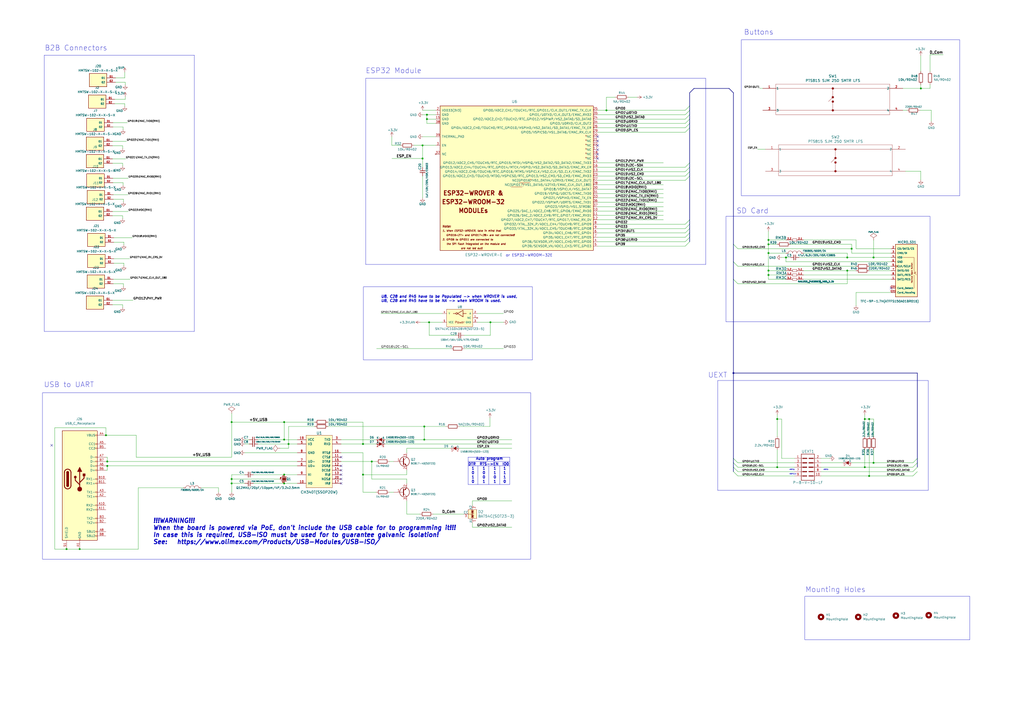
<source format=kicad_sch>
(kicad_sch (version 20230121) (generator eeschema)
  (paper "A2")
  (title_block (title "ESP32-PoE") (date "2024-06-06") (rev "L1") (company "OLIMEX LTD.") (comment 1 "https://www.olimex.com"))
  (junction (at 501.65 271.018))
  (junction (at 506.73 268.478))
  (junction (at 134.366 277.876))
  (junction (at 246.126 247.396))
  (junction (at 62.23 270.256))
  (junction (at 494.03 144.272))
  (junction (at 215.646 267.716))
  (junction (at 245.11 84.328))
  (junction (at 455.93 149.352))
  (junction (at 62.23 267.716))
  (junction (at 248.92 186.944))
  (junction (at 245.11 91.948))
  (junction (at 445.77 146.812))
  (junction (at 445.77 141.732))
  (junction (at 246.126 255.016))
  (junction (at 247.65 66.548))
  (junction (at 450.85 271.018))
  (junction (at 450.85 243.078))
  (junction (at 164.846 244.856))
  (junction (at 61.468 252.476))
  (junction (at 134.366 280.416))
  (junction (at 134.366 244.856))
  (junction (at 167.386 257.556))
  (junction (at 247.65 69.088))
  (junction (at 491.49 156.972))
  (junction (at 46.228 318.516))
  (junction (at 38.608 318.516))
  (junction (at 491.49 149.352))
  (junction (at 425.45 216.408))
  (junction (at 504.19 243.078))
  (junction (at 506.73 149.352))
  (junction (at 164.846 275.336))
  (junction (at 445.77 159.512))
  (junction (at 504.19 276.098))
  (junction (at 210.566 257.556))
  (junction (at 284.48 186.944))
  (junction (at 164.846 255.016))
  (junction (at 210.566 275.336))
  (junction (at 164.846 280.416))
  (junction (at 445.77 156.972))
  (junction (at 501.65 243.078))
  (junction (at 445.77 139.192))
  (junction (at 351.79 64.008))
  (junction (at 534.162 51.308))
  (no_connect (at 346.71 91.948))
  (no_connect (at 197.866 272.796))
  (no_connect (at 346.71 89.408))
  (no_connect (at 197.866 277.876))
  (no_connect (at 346.71 81.788))
  (no_connect (at 197.866 265.176))
  (no_connect (at 346.71 79.248))
  (no_connect (at 197.866 270.256))
  (no_connect (at 29.972 258.318))
  (no_connect (at 346.71 84.328))
  (no_connect (at 197.866 280.416))
  (no_connect (at 346.71 86.868))
  (no_connect (at 516.89 167.132))
  (no_connect (at 197.866 275.336))
  (bus_entry (at 400.05 132.588) (size -2.54 2.54))
  (bus_entry (at 400.05 127.508) (size -2.54 2.54))
  (bus_entry (at 400.05 99.568) (size -2.54 2.54))
  (bus_entry (at 425.45 141.732) (size 2.54 2.54))
  (bus_entry (at 532.13 265.938) (size -2.54 2.54))
  (bus_entry (at 400.05 64.008) (size -2.54 2.54))
  (bus_entry (at 532.13 268.478) (size -2.54 2.54))
  (bus_entry (at 400.05 137.668) (size -2.54 2.54))
  (bus_entry (at 425.45 151.892) (size 2.54 2.54))
  (bus_entry (at 400.05 69.088) (size -2.54 2.54))
  (bus_entry (at 532.13 271.018) (size -2.54 2.54))
  (bus_entry (at 425.45 162.052) (size 2.54 2.54))
  (bus_entry (at 400.05 135.128) (size -2.54 2.54))
  (bus_entry (at 425.45 265.938) (size 2.54 2.54))
  (bus_entry (at 425.45 271.018) (size 2.54 2.54))
  (bus_entry (at 425.45 273.558) (size 2.54 2.54))
  (bus_entry (at 400.05 140.208) (size -2.54 2.54))
  (bus_entry (at 425.45 268.478) (size 2.54 2.54))
  (bus_entry (at 400.05 66.548) (size -2.54 2.54))
  (bus_entry (at 400.05 130.048) (size -2.54 2.54))
  (bus_entry (at 400.05 97.028) (size -2.54 2.54))
  (bus_entry (at 400.05 74.168) (size -2.54 2.54))
  (bus_entry (at 400.05 102.108) (size -2.54 2.54))
  (bus_entry (at 400.05 71.628) (size -2.54 2.54))
  (bus_entry (at 532.13 273.558) (size -2.54 2.54))
  (bus_entry (at 400.05 61.468) (size -2.54 2.54))
  (bus_entry (at 400.05 94.488) (size -2.54 2.54))
  (wire (pts (xy 504.19 276.098) (xy 529.59 276.098)))
  (bus (pts (xy 425.45 216.408) (xy 425.45 265.938)))
  (wire (pts (xy 534.162 51.308) (xy 539.496 51.308)))
  (wire (pts (xy 62.23 270.256) (xy 61.468 270.256)))
  (wire (pts (xy 455.93 149.352) (xy 458.47 149.352)))
  (wire (pts (xy 445.77 139.192) (xy 445.77 141.732)))
  (wire (pts (xy 346.71 140.208) (xy 397.51 140.208)))
  (wire (pts (xy 258.826 247.396) (xy 246.126 247.396)))
  (wire (pts (xy 427.99 164.592) (xy 491.49 164.592)))
  (polyline (pts (xy 255.524 496.062) (xy 296.799 496.062)))
  (wire (pts (xy 245.11 66.548) (xy 247.65 66.548)))
  (bus (pts (xy 400.05 137.668) (xy 400.05 140.208)))
  (wire (pts (xy 506.73 268.478) (xy 529.59 268.478)))
  (wire (pts (xy 346.71 112.268) (xy 384.81 112.268)))
  (wire (pts (xy 526.034 64.008) (xy 523.748 64.008)))
  (polyline (pts (xy 326.771 541.782) (xy 385.826 541.782)))
  (bus (pts (xy 532.13 216.408) (xy 425.45 216.408)))
  (wire (pts (xy 455.93 151.892) (xy 455.93 149.352)))
  (wire (pts (xy 74.422 122.682) (xy 65.278 122.682)))
  (wire (pts (xy 71.12 96.266) (xy 71.12 94.742)))
  (wire (pts (xy 162.306 260.096) (xy 167.386 260.096)))
  (wire (pts (xy 534.162 104.394) (xy 534.162 99.314)))
  (wire (pts (xy 76.708 137.922) (xy 66.04 137.922)))
  (wire (pts (xy 506.73 139.192) (xy 506.73 149.352)))
  (wire (pts (xy 182.626 247.396) (xy 167.386 247.396)))
  (polyline (pts (xy 397.891 495.173) (xy 397.891 524.383)))
  (wire (pts (xy 351.79 64.008) (xy 397.51 64.008)))
  (wire (pts (xy 134.366 265.176) (xy 134.366 244.856)))
  (wire (pts (xy 445.77 134.112) (xy 445.77 139.192)))
  (wire (pts (xy 466.09 156.972) (xy 491.49 156.972)))
  (wire (pts (xy 210.566 275.336) (xy 210.566 285.496)))
  (polyline (pts (xy 338.201 536.067) (xy 338.201 541.782)))
  (wire (pts (xy 461.01 273.558) (xy 427.99 273.558)))
  (wire (pts (xy 458.47 141.732) (xy 494.03 141.732)))
  (wire (pts (xy 346.71 64.008) (xy 351.79 64.008)))
  (wire (pts (xy 164.846 275.336) (xy 172.466 275.336)))
  (wire (pts (xy 235.966 262.636) (xy 235.966 260.096)))
  (polyline (pts (xy 289.941 270.256) (xy 289.941 281.051)))
  (wire (pts (xy 534.162 99.314) (xy 525.272 99.314)))
  (wire (pts (xy 215.646 267.716) (xy 218.186 267.716)))
  (wire (pts (xy 445.77 146.812) (xy 445.77 156.972)))
  (wire (pts (xy 445.77 159.512) (xy 455.93 159.512)))
  (wire (pts (xy 235.966 290.576) (xy 235.966 298.196)))
  (polyline (pts (xy 271.526 270.256) (xy 295.656 270.256)))
  (wire (pts (xy 62.23 265.176) (xy 62.23 267.716)))
  (wire (pts (xy 445.77 159.512) (xy 445.77 162.052)))
  (polyline (pts (xy 326.771 562.102) (xy 418.846 562.102)))
  (polyline (pts (xy 364.871 562.102) (xy 364.871 572.262)))
  (wire (pts (xy 243.586 298.196) (xy 235.966 298.196)))
  (wire (pts (xy 504.19 243.078) (xy 501.65 243.078)))
  (polyline (pts (xy 366.776 559.562) (xy 366.776 554.482)))
  (wire (pts (xy 134.366 275.336) (xy 134.366 277.876)))
  (polyline (pts (xy 283.591 270.256) (xy 283.591 281.051)))
  (polyline (pts (xy 383.921 562.102) (xy 383.921 572.262)))
  (wire (pts (xy 71.882 152.654) (xy 66.04 152.654)))
  (wire (pts (xy 210.566 244.856) (xy 210.566 257.556)))
  (wire (pts (xy 494.03 144.272) (xy 494.03 146.812)))
  (polyline (pts (xy 347.091 524.256) (xy 397.891 524.256)))
  (wire (pts (xy 240.03 84.328) (xy 245.11 84.328)))
  (wire (pts (xy 71.628 117.094) (xy 71.628 115.57)))
  (wire (pts (xy 245.11 84.328) (xy 245.11 91.948)))
  (wire (pts (xy 539.496 31.75) (xy 539.496 41.402)))
  (polyline (pts (xy 255.524 531.622) (xy 296.799 531.622)))
  (wire (pts (xy 235.966 260.096) (xy 261.366 260.096)))
  (wire (pts (xy 31.75 318.516) (xy 31.75 248.158)))
  (bus (pts (xy 400.05 130.048) (xy 400.05 132.588)))
  (wire (pts (xy 71.12 86.106) (xy 71.12 84.582)))
  (bus (pts (xy 402.59 51.308) (xy 422.91 51.308)))
  (wire (pts (xy 246.126 247.396) (xy 246.126 255.016)))
  (polyline (pts (xy 326.771 534.162) (xy 418.846 534.162)))
  (wire (pts (xy 516.89 154.432) (xy 504.19 154.432)))
  (wire (pts (xy 346.71 135.128) (xy 397.51 135.128)))
  (polyline (pts (xy 338.201 544.322) (xy 338.201 551.942)))
  (wire (pts (xy 450.85 271.018) (xy 461.01 271.018)))
  (wire (pts (xy 445.77 156.972) (xy 455.93 156.972)))
  (wire (pts (xy 504.19 156.972) (xy 516.89 156.972)))
  (bus (pts (xy 400.05 132.588) (xy 400.05 135.128)))
  (wire (pts (xy 504.19 243.078) (xy 504.19 253.238)))
  (wire (pts (xy 284.226 242.316) (xy 284.226 247.396)))
  (wire (pts (xy 245.11 91.948) (xy 227.33 91.948)))
  (wire (pts (xy 245.11 84.328) (xy 252.73 84.328)))
  (wire (pts (xy 78.994 252.476) (xy 78.994 265.176)))
  (wire (pts (xy 215.646 277.876) (xy 215.646 267.716)))
  (bus (pts (xy 400.05 53.848) (xy 400.05 61.468)))
  (wire (pts (xy 261.62 202.184) (xy 218.44 202.184)))
  (wire (pts (xy 466.09 159.512) (xy 516.89 159.512)))
  (wire (pts (xy 491.49 156.972) (xy 496.57 156.972)))
  (wire (pts (xy 346.71 99.568) (xy 397.51 99.568)))
  (wire (pts (xy 225.806 285.496) (xy 228.346 285.496)))
  (wire (pts (xy 74.168 113.03) (xy 65.786 113.03)))
  (wire (pts (xy 210.566 257.556) (xy 218.186 257.556)))
  (wire (pts (xy 252.73 79.248) (xy 245.11 79.248)))
  (wire (pts (xy 501.65 271.018) (xy 529.59 271.018)))
  (wire (pts (xy 346.71 104.648) (xy 397.51 104.648)))
  (wire (pts (xy 274.066 290.576) (xy 274.066 293.116)))
  (wire (pts (xy 210.566 285.496) (xy 218.186 285.496)))
  (wire (pts (xy 225.806 267.716) (xy 228.346 267.716)))
  (wire (pts (xy 72.39 61.722) (xy 72.39 60.198)))
  (wire (pts (xy 506.73 243.078) (xy 506.73 253.238)))
  (wire (pts (xy 71.628 164.592) (xy 65.786 164.592)))
  (bus (pts (xy 400.05 97.028) (xy 400.05 99.568)))
  (wire (pts (xy 31.75 248.158) (xy 61.468 248.158)))
  (bus (pts (xy 400.05 53.848) (xy 402.59 51.308)))
  (wire (pts (xy 439.42 86.614) (xy 443.992 86.614)))
  (wire (pts (xy 38.608 318.516) (xy 31.75 318.516)))
  (wire (pts (xy 276.86 186.944) (xy 284.48 186.944)))
  (bus (pts (xy 425.45 151.892) (xy 425.45 162.052)))
  (wire (pts (xy 506.73 149.352) (xy 516.89 149.352)))
  (wire (pts (xy 534.162 51.308) (xy 523.748 51.308)))
  (wire (pts (xy 463.55 149.352) (xy 491.49 149.352)))
  (wire (pts (xy 126.746 282.956) (xy 126.746 285.496)))
  (wire (pts (xy 247.65 71.628) (xy 252.73 71.628)))
  (wire (pts (xy 72.39 45.212) (xy 67.056 45.212)))
  (wire (pts (xy 141.986 262.636) (xy 172.466 262.636)))
  (wire (pts (xy 144.526 255.016) (xy 141.986 255.016)))
  (polyline (pts (xy 366.776 536.067) (xy 366.776 541.782)))
  (wire (pts (xy 182.626 244.856) (xy 164.846 244.856)))
  (wire (pts (xy 223.266 255.016) (xy 246.126 255.016)))
  (wire (pts (xy 346.71 117.348) (xy 384.81 117.348)))
  (wire (pts (xy 71.882 140.462) (xy 66.04 140.462)))
  (polyline (pts (xy 326.771 544.322) (xy 385.826 544.322)))
  (wire (pts (xy 346.71 122.428) (xy 384.81 122.428)))
  (wire (pts (xy 62.23 267.716) (xy 172.466 267.716)))
  (wire (pts (xy 346.71 142.748) (xy 397.51 142.748)))
  (wire (pts (xy 540.258 70.358) (xy 540.258 64.008)))
  (bus (pts (xy 400.05 94.488) (xy 400.05 97.028)))
  (wire (pts (xy 455.93 139.192) (xy 445.77 139.192)))
  (wire (pts (xy 80.264 282.956) (xy 106.426 282.956)))
  (wire (pts (xy 476.25 273.558) (xy 529.59 273.558)))
  (wire (pts (xy 141.986 280.416) (xy 134.366 280.416)))
  (bus (pts (xy 425.45 141.732) (xy 425.45 151.892)))
  (wire (pts (xy 445.77 141.732) (xy 450.85 141.732)))
  (wire (pts (xy 351.79 56.388) (xy 351.79 64.008)))
  (bus (pts (xy 422.91 51.308) (xy 425.45 53.848)))
  (polyline (pts (xy 277.241 270.256) (xy 277.241 281.051)))
  (wire (pts (xy 251.206 298.196) (xy 268.986 298.196)))
  (wire (pts (xy 248.92 194.564) (xy 248.92 186.944)))
  (wire (pts (xy 450.85 243.078) (xy 453.39 243.078)))
  (wire (pts (xy 539.496 51.308) (xy 539.496 49.022)))
  (wire (pts (xy 164.846 255.016) (xy 172.466 255.016)))
  (wire (pts (xy 488.95 268.478) (xy 476.25 268.478)))
  (wire (pts (xy 547.116 31.75) (xy 539.496 31.75)))
  (wire (pts (xy 453.39 265.938) (xy 453.39 243.078)))
  (wire (pts (xy 62.23 272.796) (xy 61.468 272.796)))
  (wire (pts (xy 491.49 146.812) (xy 491.49 149.352)))
  (wire (pts (xy 167.386 257.556) (xy 172.466 257.556)))
  (wire (pts (xy 506.73 260.858) (xy 506.73 268.478)))
  (wire (pts (xy 397.51 102.108) (xy 346.71 102.108)))
  (wire (pts (xy 72.644 47.752) (xy 67.056 47.752)))
  (wire (pts (xy 346.71 107.188) (xy 384.81 107.188)))
  (bus (pts (xy 400.05 99.568) (xy 400.05 102.108)))
  (wire (pts (xy 72.898 92.202) (xy 65.278 92.202)))
  (polyline (pts (xy 347.091 536.067) (xy 347.091 541.782)))
  (wire (pts (xy 248.92 186.944) (xy 256.54 186.944)))
  (polyline (pts (xy 295.656 265.176) (xy 271.526 265.176)))
  (wire (pts (xy 220.98 181.864) (xy 256.54 181.864)))
  (wire (pts (xy 46.228 318.516) (xy 80.264 318.516)))
  (wire (pts (xy 346.71 69.088) (xy 397.51 69.088)))
  (wire (pts (xy 284.48 186.944) (xy 292.1 186.944)))
  (bus (pts (xy 532.13 265.938) (xy 532.13 268.478)))
  (wire (pts (xy 134.366 239.776) (xy 134.366 244.856)))
  (wire (pts (xy 264.16 194.564) (xy 248.92 194.564)))
  (wire (pts (xy 71.12 84.582) (xy 65.278 84.582)))
  (wire (pts (xy 450.85 260.858) (xy 450.85 271.018)))
  (wire (pts (xy 534.162 49.022) (xy 534.162 51.308)))
  (wire (pts (xy 72.644 56.134) (xy 72.644 57.658)))
  (wire (pts (xy 134.366 244.856) (xy 164.846 244.856)))
  (wire (pts (xy 346.71 71.628) (xy 397.51 71.628)))
  (wire (pts (xy 427.99 271.018) (xy 450.85 271.018)))
  (polyline (pts (xy 255.524 485.902) (xy 296.799 485.902)))
  (polyline (pts (xy 326.771 572.262) (xy 418.846 572.262)))
  (wire (pts (xy 227.33 84.328) (xy 232.41 84.328)))
  (wire (pts (xy 466.09 146.812) (xy 491.49 146.812)))
  (wire (pts (xy 227.33 79.248) (xy 227.33 84.328)))
  (polyline (pts (xy 373.761 500.253) (xy 373.761 524.383)))
  (polyline (pts (xy 347.091 520.319) (xy 397.891 520.319)))
  (wire (pts (xy 269.24 202.184) (xy 292.1 202.184)))
  (wire (pts (xy 80.264 318.516) (xy 80.264 282.956)))
  (wire (pts (xy 167.386 260.096) (xy 167.386 257.556)))
  (polyline (pts (xy 296.799 572.262) (xy 255.524 572.262)))
  (wire (pts (xy 247.65 66.548) (xy 247.65 69.088)))
  (wire (pts (xy 501.65 243.078) (xy 501.65 253.238)))
  (bus (pts (xy 425.45 162.052) (xy 425.45 216.408)))
  (bus (pts (xy 532.13 216.408) (xy 532.13 265.938)))
  (polyline (pts (xy 347.091 495.173) (xy 397.891 495.173)))
  (wire (pts (xy 346.71 114.808) (xy 384.81 114.808)))
  (wire (pts (xy 164.846 244.856) (xy 164.846 255.016)))
  (wire (pts (xy 516.89 151.892) (xy 455.93 151.892)))
  (wire (pts (xy 73.406 82.042) (xy 65.278 82.042)))
  (wire (pts (xy 496.57 144.272) (xy 496.57 139.192)))
  (wire (pts (xy 476.25 271.018) (xy 501.65 271.018)))
  (polyline (pts (xy 295.656 265.176) (xy 295.656 281.051)))
  (polyline (pts (xy 326.771 534.162) (xy 326.771 572.262)))
  (polyline (pts (xy 271.526 267.716) (xy 295.656 267.716)))
  (wire (pts (xy 266.446 247.396) (xy 284.226 247.396)))
  (wire (pts (xy 266.446 260.096) (xy 296.926 260.096)))
  (wire (pts (xy 491.49 156.972) (xy 491.49 164.592)))
  (wire (pts (xy 74.422 103.378) (xy 65.532 103.378)))
  (wire (pts (xy 364.49 56.388) (xy 369.57 56.388)))
  (wire (pts (xy 71.12 94.742) (xy 65.278 94.742)))
  (wire (pts (xy 476.25 276.098) (xy 504.19 276.098)))
  (wire (pts (xy 274.066 303.276) (xy 274.066 305.816)))
  (wire (pts (xy 72.39 60.198) (xy 66.548 60.198)))
  (bus (pts (xy 400.05 64.008) (xy 400.05 66.548)))
  (polyline (pts (xy 347.345 508.635) (xy 397.891 508.635)))
  (wire (pts (xy 274.066 290.576) (xy 296.926 290.576)))
  (wire (pts (xy 72.39 41.91) (xy 72.39 45.212)))
  (wire (pts (xy 167.386 247.396) (xy 167.386 257.556)))
  (wire (pts (xy 38.608 318.516) (xy 46.228 318.516)))
  (polyline (pts (xy 347.091 554.482) (xy 347.091 559.562)))
  (bus (pts (xy 425.45 271.018) (xy 425.45 273.558)))
  (wire (pts (xy 75.438 162.052) (xy 65.786 162.052)))
  (wire (pts (xy 141.986 275.336) (xy 134.366 275.336)))
  (wire (pts (xy 501.65 240.538) (xy 501.65 243.078)))
  (wire (pts (xy 504.19 260.858) (xy 504.19 276.098)))
  (wire (pts (xy 71.882 141.986) (xy 71.882 140.462)))
  (wire (pts (xy 147.066 275.336) (xy 164.846 275.336)))
  (wire (pts (xy 445.77 156.972) (xy 445.77 159.512)))
  (polyline (pts (xy 296.799 485.902) (xy 296.799 572.262)))
  (bus (pts (xy 400.05 61.468) (xy 400.05 64.008)))
  (wire (pts (xy 197.866 267.716) (xy 215.646 267.716)))
  (wire (pts (xy 252.73 69.088) (xy 247.65 69.088)))
  (wire (pts (xy 445.77 146.812) (xy 455.93 146.812)))
  (wire (pts (xy 62.23 267.716) (xy 61.468 267.716)))
  (wire (pts (xy 190.246 244.856) (xy 210.566 244.856)))
  (wire (pts (xy 246.126 255.016) (xy 296.926 255.016)))
  (wire (pts (xy 235.966 272.796) (xy 235.966 275.336)))
  (wire (pts (xy 247.65 66.548) (xy 252.73 66.548)))
  (wire (pts (xy 72.644 57.658) (xy 66.548 57.658)))
  (wire (pts (xy 450.85 240.538) (xy 450.85 243.078)))
  (wire (pts (xy 450.85 243.078) (xy 450.85 253.238)))
  (wire (pts (xy 235.966 280.416) (xy 235.966 277.876)))
  (wire (pts (xy 162.306 277.876) (xy 134.366 277.876)))
  (bus (pts (xy 400.05 74.168) (xy 400.05 94.488)))
  (polyline (pts (xy 284.734 490.982) (xy 284.734 567.182)))
  (wire (pts (xy 147.066 280.416) (xy 164.846 280.416)))
  (wire (pts (xy 445.77 162.052) (xy 455.93 162.052)))
  (wire (pts (xy 164.846 280.416) (xy 172.466 280.416)))
  (wire (pts (xy 71.12 176.784) (xy 65.278 176.784)))
  (wire (pts (xy 197.866 262.636) (xy 210.566 262.636)))
  (wire (pts (xy 496.57 177.292) (xy 496.57 169.672)))
  (wire (pts (xy 346.71 109.728) (xy 384.81 109.728)))
  (wire (pts (xy 149.606 257.556) (xy 167.386 257.556)))
  (wire (pts (xy 62.23 270.256) (xy 62.23 272.796)))
  (wire (pts (xy 346.71 124.968) (xy 384.81 124.968)))
  (bus (pts (xy 400.05 66.548) (xy 400.05 69.088)))
  (wire (pts (xy 496.57 154.432) (xy 427.99 154.432)))
  (wire (pts (xy 134.366 280.416) (xy 134.366 285.496)))
  (wire (pts (xy 346.71 119.888) (xy 384.81 119.888)))
  (polyline (pts (xy 326.771 539.242) (xy 385.826 539.242)))
  (wire (pts (xy 134.366 277.876) (xy 134.366 280.416)))
  (wire (pts (xy 73.914 71.12) (xy 65.532 71.12)))
  (wire (pts (xy 116.586 282.956) (xy 126.746 282.956)))
  (wire (pts (xy 346.71 97.028) (xy 397.51 97.028)))
  (polyline (pts (xy 347.091 500.253) (xy 397.891 500.253)))
  (wire (pts (xy 75.184 150.114) (xy 66.04 150.114)))
  (polyline (pts (xy 347.091 544.322) (xy 347.091 551.942)))
  (polyline (pts (xy 326.771 536.067) (xy 385.826 536.067)))
  (wire (pts (xy 276.86 181.864) (xy 292.1 181.864)))
  (wire (pts (xy 356.87 56.388) (xy 351.79 56.388)))
  (wire (pts (xy 245.11 102.108) (xy 245.11 114.808)))
  (wire (pts (xy 346.71 130.048) (xy 397.51 130.048)))
  (polyline (pts (xy 366.776 544.322) (xy 366.776 551.942)))
  (wire (pts (xy 235.966 275.336) (xy 210.566 275.336)))
  (wire (pts (xy 453.39 149.352) (xy 455.93 149.352)))
  (polyline (pts (xy 268.224 490.982) (xy 268.224 567.182)))
  (wire (pts (xy 71.374 107.442) (xy 71.374 105.918)))
  (polyline (pts (xy 385.826 551.942) (xy 385.826 534.162)))
  (bus (pts (xy 425.45 53.848) (xy 425.45 141.732)))
  (wire (pts (xy 62.23 270.256) (xy 172.466 270.256)))
  (polyline (pts (xy 255.524 567.182) (xy 296.799 567.182)))
  (polyline (pts (xy 326.771 546.862) (xy 385.826 546.862)))
  (wire (pts (xy 346.71 137.668) (xy 397.51 137.668)))
  (wire (pts (xy 72.644 49.276) (xy 72.644 47.752)))
  (bus (pts (xy 400.05 135.128) (xy 400.05 137.668)))
  (wire (pts (xy 494.03 144.272) (xy 427.99 144.272)))
  (wire (pts (xy 494.03 146.812) (xy 516.89 146.812)))
  (wire (pts (xy 71.374 73.66) (xy 65.532 73.66)))
  (bus (pts (xy 425.45 268.478) (xy 425.45 271.018)))
  (wire (pts (xy 461.01 268.478) (xy 427.99 268.478)))
  (wire (pts (xy 144.526 257.556) (xy 141.986 257.556)))
  (polyline (pts (xy 347.091 512.699) (xy 397.891 512.699)))
  (wire (pts (xy 284.48 194.564) (xy 284.48 186.944)))
  (bus (pts (xy 532.13 268.478) (xy 532.13 271.018)))
  (wire (pts (xy 149.606 255.016) (xy 164.846 255.016)))
  (wire (pts (xy 496.57 139.192) (xy 466.09 139.192)))
  (wire (pts (xy 61.468 252.476) (xy 78.994 252.476)))
  (wire (pts (xy 78.994 265.176) (xy 134.366 265.176)))
  (bus (pts (xy 400.05 102.108) (xy 400.05 127.508)))
  (wire (pts (xy 245.11 91.948) (xy 245.11 97.028)))
  (wire (pts (xy 494.03 268.478) (xy 506.73 268.478)))
  (wire (pts (xy 346.71 132.588) (xy 397.51 132.588)))
  (wire (pts (xy 71.882 154.178) (xy 71.882 152.654)))
  (polyline (pts (xy 326.771 567.182) (xy 418.846 567.182)))
  (wire (pts (xy 77.216 174.244) (xy 65.278 174.244)))
  (wire (pts (xy 274.066 305.816) (xy 296.926 305.816)))
  (wire (pts (xy 346.71 94.488) (xy 384.81 94.488)))
  (wire (pts (xy 71.374 105.918) (xy 65.532 105.918)))
  (wire (pts (xy 190.246 247.396) (xy 246.126 247.396)))
  (wire (pts (xy 496.57 169.672) (xy 516.89 169.672)))
  (wire (pts (xy 245.11 64.008) (xy 252.73 64.008)))
  (wire (pts (xy 501.65 260.858) (xy 501.65 271.018)))
  (wire (pts (xy 269.24 194.564) (xy 284.48 194.564)))
  (polyline (pts (xy 326.771 554.482) (xy 418.846 554.482)))
  (wire (pts (xy 540.258 64.008) (xy 533.654 64.008)))
  (wire (pts (xy 491.49 149.352) (xy 506.73 149.352)))
  (polyline (pts (xy 295.656 281.051) (xy 271.526 281.051)))
  (wire (pts (xy 445.77 141.732) (xy 445.77 146.812)))
  (wire (pts (xy 461.01 265.938) (xy 453.39 265.938)))
  (polyline (pts (xy 255.524 572.262) (xy 255.524 485.902)))
  (wire (pts (xy 223.266 257.556) (xy 296.926 257.556)))
  (wire (pts (xy 247.65 69.088) (xy 247.65 71.628)))
  (polyline (pts (xy 418.846 572.262) (xy 418.846 534.162)))
  (polyline (pts (xy 338.201 562.102) (xy 338.201 572.262)))
  (wire (pts (xy 440.69 51.308) (xy 442.468 51.308)))
  (polyline (pts (xy 338.201 554.482) (xy 338.201 559.562)))
  (polyline (pts (xy 271.526 265.176) (xy 271.526 281.051)))
  (wire (pts (xy 346.71 66.548) (xy 397.51 66.548)))
  (polyline (pts (xy 347.091 495.173) (xy 347.091 524.383)))
  (wire (pts (xy 210.566 262.636) (xy 210.566 275.336)))
  (polyline (pts (xy 402.336 562.102) (xy 402.336 572.262)))
  (wire (pts (xy 494.03 141.732) (xy 494.03 144.272)))
  (wire (pts (xy 516.89 144.272) (xy 496.57 144.272)))
  (wire (pts (xy 346.71 127.508) (xy 384.81 127.508)))
  (wire (pts (xy 504.19 243.078) (xy 506.73 243.078)))
  (wire (pts (xy 197.866 255.016) (xy 218.186 255.016)))
  (wire (pts (xy 71.628 166.116) (xy 71.628 164.592)))
  (wire (pts (xy 197.866 257.556) (xy 210.566 257.556)))
  (wire (pts (xy 71.12 126.746) (xy 71.12 125.222)))
  (polyline (pts (xy 255.524 508.762) (xy 296.799 508.762)))
  (wire (pts (xy 534.162 41.402) (xy 534.162 32.258)))
  (wire (pts (xy 71.374 75.184) (xy 71.374 73.66)))
  (bus (pts (xy 425.45 265.938) (xy 425.45 268.478)))
  (wire (pts (xy 243.84 186.944) (xy 248.92 186.944)))
  (wire (pts (xy 346.71 74.168) (xy 397.51 74.168)))
  (polyline (pts (xy 347.345 516.509) (xy 397.891 516.509)))
  (wire (pts (xy 71.628 115.57) (xy 65.786 115.57)))
  (wire (pts (xy 71.12 125.222) (xy 65.278 125.222)))
  (wire (pts (xy 461.01 276.098) (xy 427.99 276.098)))
  (polyline (pts (xy 255.524 490.982) (xy 296.799 490.982)))
  (bus (pts (xy 400.05 71.628) (xy 400.05 74.168)))
  (wire (pts (xy 476.25 265.938) (xy 481.33 265.938)))
  (polyline (pts (xy 347.091 562.102) (xy 347.091 572.262)))
  (bus (pts (xy 400.05 69.088) (xy 400.05 71.628)))
  (polyline (pts (xy 326.771 551.942) (xy 418.846 551.942)))
  (polyline (pts (xy 347.091 505.079) (xy 397.891 505.079)))
  (wire (pts (xy 61.468 248.158) (xy 61.468 252.476)))
  (bus (pts (xy 400.05 127.508) (xy 400.05 130.048)))
  (wire (pts (xy 235.966 277.876) (xy 215.646 277.876)))
  (polyline (pts (xy 326.771 559.562) (xy 418.846 559.562)))
  (wire (pts (xy 71.12 178.308) (xy 71.12 176.784)))
  (wire (pts (xy 466.09 162.052) (xy 516.89 162.052)))
  (wire (pts (xy 346.71 76.708) (xy 397.51 76.708)))
  (wire (pts (xy 62.23 265.176) (xy 61.468 265.176)))
  (rectangle (start 430.022 23.114) (end 556.768 113.538))
  (rectangle (start 247.396 474.218) (end 427.736 579.12))
  (rectangle (start 24.638 227.838) (end 307.848 324.358))
  (rectangle (start 416.306 220.726) (end 538.48 284.48))
  (rectangle (start 212.09 45.466) (end 409.448 153.416))
  (rectangle (start 466.852 345.948) (end 562.61 371.094))
  (rectangle (start 25.654 32.004) (end 112.776 192.278))
  (rectangle (start 210.82 166.37) (end 308.864 208.788))
  (rectangle (start 421.132 125.476) (end 539.496 186.69))
  (text "Pin" (at 327.152 564.642 0) (effects (font (size 0.9906 0.9906) (thickness 0.1981) bold italic) (justify left bottom)))
  (text "SD Card" (at 427.228 124.206 0) (effects (font (size 3 3)) (justify left bottom)))
  (text "Pull-Down" (at 338.836 551.688 0) (effects (font (size 0.9906 0.9906) (thickness 0.1981) bold) (justify left bottom)))
  (text "Buttons" (at 431.546 20.574 0) (effects (font (size 3 3)) (justify left bottom)))
  (text "0" (at 286.131 277.876 0) (effects (font (size 1.524 1.524) (thickness 0.3048) bold) (justify left bottom)))
  (text "I2CEXT0_SCL_out" (at 268.859 522.097 0) (effects (font (size 1.0922 1.0922) (thickness 0.2184) bold) (justify left bottom)))
  (text "I2CEXT1_SDA_in" (at 268.859 519.557 0) (effects (font (size 1.0922 1.0922) (thickness 0.2184) bold) (justify left bottom)))
  (text "Pull-Down" (at 378.841 511.683 0) (effects (font (size 1.4986 1.4986) (thickness 0.2997) bold) (justify left bottom)))
  (text "VSPID_in/_out" (at 268.859 554.482 0) (effects (font (size 1.0922 1.0922) (thickness 0.2184) bold) (justify left bottom)))
  (text "EMAC_COL_out" (at 268.859 508.127 0) (effects (font (size 1.0922 1.0922) (thickness 0.2184) bold) (justify left bottom)))
  (text "1" (at 273.431 272.796 0) (effects (font (size 1.524 1.524) (thickness 0.3048) bold) (justify left bottom)))
  (text "UEXT" (at 410.718 219.456 0) (effects (font (size 3 3)) (justify left bottom)))
  (text "Any GPIO" (at 287.274 502.412 0) (effects (font (size 1.0922 1.0922) (thickness 0.2184) bold) (justify left bottom)))
  (text "Rising-edge:Output" (at 403.352 566.42 0) (effects (font (size 0.9906 0.9906) (thickness 0.1981) bold italic) (justify left bottom)))
  (text "GPIO5:" (at 361.061 523.113 0) (effects (font (size 1.4986 1.4986) (thickness 0.2997) bold) (justify left bottom)))
  (text "Download Boot" (at 371.221 546.227 0) (effects (font (size 0.9906 0.9906) (thickness 0.1981) bold italic) (justify left bottom)))
  (text "HSPICLK_in/_out" (at 268.859 541.782 0) (effects (font (size 1.0922 1.0922) (thickness 0.2184) bold) (justify left bottom)))
  (text "VSPIQ_in/_out" (at 268.859 551.942 0) (effects (font (size 1.0922 1.0922) (thickness 0.2184) bold) (justify left bottom)))
  (text "Signal" (at 270.129 494.792 0) (effects (font (size 1.4986 1.4986) (thickness 0.2997) bold) (justify left bottom)))
  (text "Falling-edge:Output" (at 348.234 566.42 0) (effects (font (size 0.9906 0.9906) (thickness 0.1981) bold italic) (justify left bottom)))
  (text "HSPID_in/_out" (at 268.859 539.242 0) (effects (font (size 1.0922 1.0922) (thickness 0.2184) bold) (justify left bottom)))
  (text "Voltage of Internal LDO(VDD_SDIO)" (at 352.806 535.94 0) (effects (font (size 0.9906 0.9906) (thickness 0.1981) bold) (justify left bottom)))
  (text "1" (at 273.431 277.876 0) (effects (font (size 1.524 1.524) (thickness 0.3048) bold) (justify left bottom)))
  (text "GPIO2:" (at 361.061 511.683 0) (effects (font (size 1.4986 1.4986) (thickness 0.2997) bold) (justify left bottom)))
  (text "Interface" (at 257.429 494.792 0) (effects (font (size 1.4986 1.4986) (thickness 0.2997) bold) (justify left bottom)))
  (text "1" (at 373.126 572.008 0) (effects (font (size 0.9906 0.9906) (thickness 0.1981) bold) (justify left bottom)))
  (text "EMAC_MDI_in" (at 268.859 500.507 0) (effects (font (size 1.0922 1.0922) (thickness 0.2184) bold) (justify left bottom)))
  (text "General\nPurpose\nSPI" (at 256.794 553.212 0) (effects (font (size 1.4986 1.4986) (thickness 0.2997) bold) (justify left bottom)))
  (text "Debugging Log on U0TXD During Booting" (at 350.266 553.974 0) (effects (font (size 0.9906 0.9906) (thickness 0.1981) bold) (justify left bottom)))
  (text "Pin" (at 326.898 546.608 0) (effects (font (size 0.9906 0.9906) (thickness 0.1981) bold italic) (justify left bottom)))
  (text "Rising-edge:Output" (at 367.538 566.42 0) (effects (font (size 0.9906 0.9906) (thickness 0.1981) bold italic) (justify left bottom)))
  (text "I2CEXT1_SCL_in" (at 268.859 517.017 0) (effects (font (size 1.0922 1.0922) (thickness 0.2184) bold) (justify left bottom)))
  (text "0" (at 373.126 551.688 0) (effects (font (size 0.9906 0.9906) (thickness 0.1981) bold) (justify left bottom)))
  (text "0" (at 352.806 541.147 0) (effects (font (size 0.9906 0.9906) (thickness 0.1981) bold) (justify left bottom)))
  (text "Default" (at 338.836 546.608 0) (effects (font (size 0.9906 0.9906) (thickness 0.1981) bold italic) (justify left bottom)))
  (text "I2CEXT0_SCL_in" (at 268.859 511.937 0) (effects (font (size 1.0922 1.0922) (thickness 0.2184) bold) (justify left bottom)))
  (text "1" (at 390.906 569.722 0) (effects (font (size 0.9906 0.9906) (thickness 0.1981) bold) (justify left bottom)))
  (text "USB to UART" (at 25.4 225.044 0) (effects (font (size 3 3)) (justify left bottom)))
  (text "Pull-Up" (at 338.836 569.722 0) (effects (font (size 0.9906 0.9906) (thickness 0.1981) bold) (justify left bottom)))
  (text "0" (at 373.126 569.722 0) (effects (font (size 0.9906 0.9906) (thickness 0.1981) bold) (justify left bottom)))
  (text "U0TXD Toggling" (at 350.266 557.022 0) (effects (font (size 0.9906 0.9906) (thickness 0.1981) bold italic) (justify left bottom)))
  (text "3.3V" (at 352.806 538.607 0) (effects (font (size 0.9906 0.9906) (thickness 0.1981) bold italic) (justify left bottom)))
  (text "HSPIQ" (at 457.835 272.923 0) (effects (font (size 0.635 0.635) (thickness 0.127) bold) (justify left bottom)))
  (text "EMAC_MDO_out" (at 268.859 503.047 0) (effects (font (size 1.0922 1.0922) (thickness 0.2184) bold) (justify left bottom)))
  (text "Falling-edge:Input" (at 367.792 564.642 0) (effects (font (size 0.9906 0.9906) (thickness 0.1981) bold italic) (justify left bottom)))
  (text "0" (at 273.431 275.336 0) (effects (font (size 1.524 1.524) (thickness 0.3048) bold) (justify left bottom)))
  (text "HSPICLK" (at 457.835 275.463 0) (effects (font (size 0.635 0.635) (thickness 0.127) bold) (justify left bottom)))
  (text "GPIO4:" (at 361.061 515.493 0) (effects (font (size 1.4986 1.4986) (thickness 0.2997) bold) (justify left bottom)))
  (text "0" (at 373.126 549.402 0) (effects (font (size 0.9906 0.9906) (thickness 0.1981) bold) (justify left bottom)))
  (text "Pull-Up" (at 338.836 559.308 0) (effects (font (size 0.9906 0.9906) (thickness 0.1981) bold) (justify left bottom)))
  (text "Pin" (at 286.639 494.792 0) (effects (font (size 1.4986 1.4986) (thickness 0.2997) bold) (justify left bottom)))
  (text "1" (at 373.126 541.147 0) (effects (font (size 0.9906 0.9906) (thickness 0.1981) bold) (justify left bottom)))
  (text "VSPI_CS0_in/_out" (at 268.859 559.562 0) (effects (font (size 1.0922 1.0922) (thickness 0.2184) bold) (justify left bottom)))
  (text "1" (at 286.131 280.416 0) (effects (font (size 1.524 1.524) (thickness 0.3048) bold) (justify left bottom)))
  (text "B2B Connectors" (at 25.908 29.718 0) (effects (font (size 3 3)) (justify left bottom)))
  (text "1" (at 279.781 280.416 0) (effects (font (size 1.524 1.524) (thickness 0.3048) bold) (justify left bottom)))
  (text "1" (at 291.846 277.876 0) (effects (font (size 1.524 1.524) (thickness 0.3048) bold) (justify left bottom)))
  (text "1" (at 279.781 272.796 0) (effects (font (size 1.524 1.524) (thickness 0.3048) bold) (justify left bottom)))
  (text "Any GPIO" (at 287.274 521.462 0) (effects (font (size 1.0922 1.0922) (thickness 0.2184) bold) (justify left bottom)))
  (text "Default" (at 338.836 557.022 0) (effects (font (size 0.9906 0.9906) (thickness 0.1981) bold italic) (justify left bottom)))
  (text "U8, C28 and R45 have to be Populated -> when WROVER is used, \nU8, C28 and R45 have to be NA -> when WROOM is used." (at 220.98 175.514 0) (effects (font (size 1.524 1.524) (thickness 0.3048) bold italic) (justify left bottom)))
  (text "0" (at 291.846 280.416 0) (effects (font (size 1.524 1.524) (thickness 0.3048) bold) (justify left bottom)))
  (text "DTR  RTS->EN  IO0" (at 271.526 270.256 0) (effects (font (size 1.524 1.524) (thickness 0.3048) bold) (justify left bottom)))
  (text "I2CEXT0_SDA_out" (at 268.859 524.637 0) (effects (font (size 1.0922 1.0922) (thickness 0.2184) bold) (justify left bottom)))
  (text "Pin" (at 326.898 557.022 0) (effects (font (size 0.9906 0.9906) (thickness 0.1981) bold italic) (justify left bottom)))
  (text "Pull-Up" (at 338.836 549.402 0) (effects (font (size 0.9906 0.9906) (thickness 0.1981) bold) (justify left bottom)))
  (text "Pull-Up" (at 378.841 519.303 0) (effects (font (size 1.4986 1.4986) (thickness 0.2997) bold) (justify left bottom)))
  (text "VSPI_CS1_out" (at 268.859 562.102 0) (effects (font (size 1.0922 1.0922) (thickness 0.2184) bold) (justify left bottom)))
  (text "1" (at 408.686 569.722 0) (effects (font (size 0.9906 0.9906) (thickness 0.1981) bold) (justify left bottom)))
  (text "Default" (at 338.836 538.607 0) (effects (font (size 0.9906 0.9906) (thickness 0.1981) bold italic) (justify left bottom)))
  (text "MTDO/GPIO15:" (at 352.171 519.303 0) (effects (font (size 1.4986 1.4986) (thickness 0.2997) bold) (justify left bottom)))
  (text "Mounting Holes" (at 467.106 343.916 0) (effects (font (size 3 3)) (justify left bottom)))
  (text "EMAC" (at 258.064 503.682 0) (effects (font (size 1.4986 1.4986) (thickness 0.2997) bold) (justify left bottom)))
  (text "HSPI_CS2_out" (at 268.859 549.402 0) (effects (font (size 1.0922 1.0922) (thickness 0.2184) bold) (justify left bottom)))
  (text "Pull-Up" (at 338.836 572.008 0) (effects (font (size 0.9906 0.9906) (thickness 0.1981) bold) (justify left bottom)))
  (text "Pull-Down" (at 378.841 515.493 0) (effects (font (size 1.4986 1.4986) (thickness 0.2997) bold) (justify left bottom)))
  (text "I2CEXT1_SCL_out" (at 268.859 527.177 0) (effects (font (size 1.0922 1.0922) (thickness 0.2184) bold) (justify left bottom)))
  (text "VSPICLK_in/_out" (at 268.859 557.022 0) (effects (font (size 1.0922 1.0922) (thickness 0.2184) bold) (justify left bottom)))
  (text "GPIO0" (at 326.898 549.402 0) (effects (font (size 0.9906 0.9906) (thickness 0.1981) bold) (justify left bottom)))
  (text "Pull-Down" (at 378.841 504.063 0) (effects (font (size 1.4986 1.4986) (thickness 0.2997) bold) (justify left bottom)))
  (text "Rising-edge:Input" (at 385.826 564.642 0) (effects (font (size 0.9906 0.9906) (thickness 0.1981) bold italic) (justify left bottom)))
  (text "0" (at 390.906 572.008 0) (effects (font (size 0.9906 0.9906) (thickness 0.1981) bold) (justify left bottom)))
  (text "0" (at 355.346 569.722 0) (effects (font (size 0.9906 0.9906) (thickness 0.1981) bold) (justify left bottom)))
  (text "Any GPIO" (at 287.274 550.672 0) (effects (font (size 1.0922 1.0922) (thickness 0.2184) bold) (justify left bottom)))
  (text "0" (at 279.781 275.336 0) (effects (font (size 1.524 1.524) (thickness 0.3048) bold) (justify left bottom)))
  (text "Rising-edge:Input" (at 403.606 564.642 0) (effects (font (size 0.9906 0.9906) (thickness 0.1981) bold italic) (justify left bottom)))
  (text "GPIO0:" (at 361.061 507.873 0) (effects (font (size 1.4986 1.4986) (thickness 0.2997) bold) (justify left bottom)))
  (text "GPIO5" (at 326.898 572.008 0) (effects (font (size 0.9906 0.9906) (thickness 0.1981) bold) (justify left bottom)))
  (text "I2CEXT1_SDA_out" (at 268.859 529.717 0) (effects (font (size 1.0922 1.0922) (thickness 0.2184) bold) (justify left bottom)))
  (text "EMAC_MDC_out" (at 268.859 497.967 0) (effects (font (size 1.0922 1.0922) (thickness 0.2184) bold) (justify left bottom)))
  (text "1.8V" (at 373.126 538.607 0) (effects (font (size 0.9906 0.9906) (thickness 0.1981) bold italic) (justify left bottom)))
  (text "or ESP32-WROOM-32E" (at 293.37 149.098 0) (effects (font (size 1.524 1.524)) (justify left bottom)))
  (text "SPI Flash Boot" (at 351.536 546.227 0) (effects (font (size 0.9906 0.9906) (thickness 0.1981) bold italic) (justify left bottom)))
  (text "I2C" (at 259.969 521.462 0) (effects (font (size 1.4986 1.4986) (thickness 0.2997) bold) (justify left bottom)))
  (text "Don't-care" (at 352.806 551.688 0) (effects (font (size 0.9906 0.9906) (thickness 0.1981) bold) (justify left bottom)))
  (text "GPIO2" (at 326.898 551.688 0) (effects (font (size 0.9906 0.9906) (thickness 0.1981) bold) (justify left bottom)))
  (text "Internal Bootstrapping Resistors" (at 347.726 499.11 0) (effects (font (size 2.0066 2.0066) (thickness 0.4013) bold) (justify left bottom)))
  (text "1" (at 355.346 559.562 0) (effects (font (size 0.9906 0.9906) (thickness 0.1981) bold) (justify left bottom)))
  (text "!!!WARNING!!!\nWhen the board is powered via PoE, don't include the USB cable for to programming it!!!\nIn case this is required, USB-ISO must be used for to guarantee galvanic isolation!\nSee:   https://www.olimex.com/Products/USB-Modules/USB-ISO/" (at 88.646 315.976 0) (effects (font (size 2.54 2.54) (thickness 0.508) bold italic) (justify left bottom)))
  (text "Pull-Down" (at 338.836 541.147 0) (effects (font (size 0.9906 0.9906) (thickness 0.1981) bold) (justify left bottom)))
  (text "0" (at 373.126 559.562 0) (effects (font (size 0.9906 0.9906) (thickness 0.1981) bold) (justify left bottom)))
  (text "Timing of SDIO Slave" (at 357.886 561.594 0) (effects (font (size 0.9906 0.9906) (thickness 0.1981) bold) (justify left bottom)))
  (text "For more information refer to \nesp_wroom_32_datasheet_en.pdf." (at 261.874 571.627 0) (effects (font (size 1.1938 1.1938) (thickness 0.2388) bold italic) (justify left bottom)))
  (text "Falling-edge:Output" (at 385.572 566.42 0) (effects (font (size 0.9906 0.9906) (thickness 0.1981) bold italic) (justify left bottom)))
  (text "GPIO15/MTDO" (at 326.898 569.722 0) (effects (font (size 0.9906 0.9906) (thickness 0.1981) bold) (justify left bottom)))
  (text "0" (at 273.431 280.416 0) (effects (font (size 1.524 1.524) (thickness 0.3048) bold) (justify left bottom)))
  (text "GPIO15/MTDO" (at 326.898 559.308 0) (effects (font (size 0.9906 0.9906) (thickness 0.1981) bold) (justify left bottom)))
  (text "Notes:" (at 359.664 485.902 0) (effects (font (size 5.08 5.08) (thickness 1.016) bold italic) (justify left bottom)))
  (text "Booting Mode" (at 360.426 543.814 0) (effects (font (size 0.9906 0.9906) (thickness 0.1981) bold) (justify left bottom)))
  (text "Default" (at 338.836 564.642 0) (effects (font (size 0.9906 0.9906) (thickness 0.1981) bold italic) (justify left bottom)))
  (text "1" (at 286.131 272.796 0) (effects (font (size 1.524 1.524) (thickness 0.3048) bold) (justify left bottom)))
  (text "HSPI_CS1_out" (at 268.859 546.862 0) (effects (font (size 1.0922 1.0922) (thickness 0.2184) bold) (justify left bottom)))
  (text "1" (at 286.131 275.336 0) (effects (font (size 1.524 1.524) (thickness 0.3048) bold) (justify left bottom)))
  (text "Pull-Up" (at 378.841 507.873 0) (effects (font (size 1.4986 1.4986) (thickness 0.2997) bold) (justify left bottom)))
  (text "I2CEXT0_SDA_in" (at 268.859 514.477 0) (effects (font (size 1.0922 1.0922) (thickness 0.2184) bold) (justify left bottom)))
  (text "EMAC_CRS_out" (at 268.859 505.587 0) (effects (font (size 1.0922 1.0922) (thickness 0.2184) bold) (justify left bottom)))
  (text "U0TXD Silent" (at 368.046 557.022 0) (effects (font (size 0.9906 0.9906) (thickness 0.1981) bold italic) (justify left bottom)))
  (text "HSPID" (at 477.52 272.923 0) (effects (font (size 0.635 0.635) (thickness 0.127) bold) (justify left bottom)))
  (text "GPIO12/MTDI" (at 326.898 541.274 0) (effects (font (size 0.9906 0.9906) (thickness 0.1981) bold) (justify left bottom)))
  (text "Pull-Up" (at 378.841 523.113 0) (effects (font (size 1.4986 1.4986) (thickness 0.2997) bold) (justify left bottom)))
  (text "1" (at 355.346 549.402 0) (effects (font (size 0.9906 0.9906) (thickness 0.1981) bold) (justify left bottom)))
  (text "Bootstrapping Pins \n     Settings" (at 390.271 546.227 0) (effects (font (size 1.8034 1.8034) (thickness 0.3607) bold) (justify left bottom)))
  (text "MTDI/GPIO12:" (at 353.441 504.063 0) (effects (font (size 1.4986 1.4986) (thickness 0.2997) bold) (justify left bottom)))
  (text "0" (at 279.781 277.876 0) (effects (font (size 1.524 1.524) (thickness 0.3048) bold) (justify left bottom)))
  (text "HSPI_CS0_in/_out" (at 268.859 544.322 0) (effects (font (size 1.0922 1.0922) (thickness 0.2184) bold) (justify left bottom)))
  (text "Pin" (at 326.898 538.734 0) (effects (font (size 0.9906 0.9906) (thickness 0.1981) bold italic) (justify left bottom)))
  (text "1" (at 291.846 272.796 0) (effects (font (size 1.524 1.524) (thickness 0.3048) bold) (justify left bottom)))
  (text "ESP32 Module" (at 212.09 42.926 0) (effects (font (size 3 3)) (justify left bottom)))
  (text "Software Selectable Pins" (at 256.794 489.712 0) (effects (font (size 2.0066 2.0066) (thickness 0.4013) bold) (justify left bottom)))
  (text "1" (at 291.846 275.336 0) (effects (font (size 1.524 1.524) (thickness 0.3048) bold) (justify left bottom)))
  (text "VSPI_CS2_out" (at 268.859 564.642 0) (effects (font (size 1.0922 1.0922) (thickness 0.2184) bold) (justify left bottom)))
  (text "1" (at 408.686 572.008 0) (effects (font (size 0.9906 0.9906) (thickness 0.1981) bold) (justify left bottom)))
  (text "HSPIQ_in/_out" (at 268.859 536.702 0) (effects (font (size 1.0922 1.0922) (thickness 0.2184) bold) (justify left bottom)))
  (text "0" (at 355.346 572.008 0) (effects (font (size 0.9906 0.9906) (thickness 0.1981) bold) (justify left bottom)))
  (text "Auto program\n" (at 275.971 267.081 0) (effects (font (size 1.524 1.524) (thickness 0.3048) bold) (justify left bottom)))
  (label "GPIO25\\EMAC_RXD0(RMII)" (at 74.422 103.378 0) (effects (font (size 0.9906 0.9906) (thickness 0.1981) bold)))
  (label "GPIO14\\HS2_CLK" (at 471.17 154.432 0) (effects (font (thickness 0.254) bold)))
  (label "GPIO16\\I2C-SCL" (at 356.87 104.648 0) (effects (font (thickness 0.254) bold)))
  (label "GPIO27\\EMAC_RX_CRS_DV" (at 75.184 150.114 0) (effects (font (size 0.9906 0.9906) (thickness 0.1981) bold)))
  (label "GPIO15\\HS2_CMD" (at 471.17 141.732 0) (effects (font (thickness 0.254) bold)))
  (label "GPIO17\\EMAC_CLK_OUT_180" (at 75.438 162.052 0) (effects (font (size 1.016 1.016) (thickness 0.2032) bold)))
  (label "GPIO23\\MDC(RMII)" (at 74.422 122.682 0) (effects (font (size 0.9906 0.9906) (thickness 0.1981) bold)))
  (label "GPI39" (at 356.87 142.748 0) (effects (font (thickness 0.254) bold)))
  (label "GPIO4\\U1TXD" (at 356.87 74.168 0) (effects (font (thickness 0.254) bold)))
  (label "GPIO2\\HS2_DATA0" (at 356.87 69.088 0) (effects (font (thickness 0.254) bold)))
  (label "GPIO13\\I2C-SDA" (at 356.87 97.028 0) (effects (font (thickness 0.254) bold)))
  (label "GPIO15\\HS2_CMD" (at 430.53 273.558 0) (effects (font (size 0.9906 0.9906) (thickness 0.1981) bold)))
  (label "GPIO32" (at 356.87 130.048 0) (effects (font (thickness 0.254) bold)))
  (label "GPIO1\\U0TXD" (at 356.87 66.548 0) (effects (font (thickness 0.254) bold)))
  (label "+5V_USB" (at 144.526 244.856 0) (effects (font (size 1.524 1.524) (thickness 0.3048) bold)))
  (label "GPIO17\\EMAC_CLK_OUT_180" (at 356.87 107.188 0) (effects (font (thickness 0.254) bold)))
  (label "GPI34\\BUT1" (at 356.87 135.128 0) (effects (font (thickness 0.254) bold)))
  (label "GPIO1\\U0TXD" (at 276.606 257.556 0) (effects (font (thickness 0.254) bold)))
  (label "GPIO26\\EMAC_RXD1(RMII)" (at 356.87 124.968 0) (effects (font (thickness 0.254) bold)))
  (label "GPIO33" (at 292.1 202.184 0))
  (label "ESP_EN" (at 439.42 86.614 180) (effects (font (size 0.9906 0.9906) (thickness 0.1981) bold)))
  (label "GPIO17\\EMAC_CLK_OUT_180" (at 220.98 181.864 0) (effects (font (size 1.016 1.016))))
  (label "GPIO3\\U0RXD" (at 356.87 71.628 0) (effects (font (thickness 0.254) bold)))
  (label "GPIO13\\I2C-SDA" (at 514.35 271.018 0) (effects (font (size 0.9906 0.9906) (thickness 0.1981) bold)))
  (label "GPIO18\\MDIO(RMII)" (at 76.708 137.922 0) (effects (font (size 0.9906 0.9906) (thickness 0.1981) bold)))
  (label "GPIO5\\SPI_CS" (at 356.87 76.708 0) (effects (font (thickness 0.254) bold)))
  (label "GPIO3\\U0RXD" (at 276.606 255.016 0) (effects (font (thickness 0.254) bold)))
  (label "GPIO22\\EMAC_TXD1(RMII)" (at 356.87 117.348 0) (effects (font (thickness 0.254) bold)))
  (label "GPIO26\\EMAC_RXD1(RMII)" (at 74.168 113.03 0) (effects (font (size 0.9906 0.9906) (thickness 0.1981) bold)))
  (label "D_Com" (at 256.286 298.196 0) (effects (font (size 1.524 1.524) (thickness 0.3048) bold)))
  (label "GPIO14\\HS2_CLK" (at 430.53 276.098 0) (effects (font (size 0.9906 0.9906) (thickness 0.1981) bold)))
  (label "GPI36\\U1RXD" (at 514.35 268.478 0) (effects (font (size 0.9906 0.9906) (thickness 0.1981) bold)))
  (label "GPIO0" (at 276.606 290.576 0) (effects (font (thickness 0.254) bold)))
  (label "GPIO22\\EMAC_TXD1(RMII)" (at 73.406 82.042 0) (effects (font (size 0.9906 0.9906) (thickness 0.1981) bold)))
  (label "GPIO15\\HS2_CMD" (at 356.87 102.108 0) (effects (font (thickness 0.254) bold)))
  (label "GPIO27\\EMAC_RX_CRS_DV" (at 356.87 127.508 0) (effects (font (thickness 0.254) bold)))
  (label "GPIO21\\EMAC_TX_EN(RMII)" (at 356.87 114.808 0) (effects (font (thickness 0.254) bold)))
  (label "GPIO23\\MDC(RMII)" (at 356.87 119.888 0) (effects (font (thickness 0.254) bold)))
  (label "+5V_USB" (at 111.506 265.176 0) (effects (font (size 1.524 1.524) (thickness 0.3048) bold)))
  (label "GPIO5\\SPI_CS" (at 514.35 276.098 0) (effects (font (size 0.9906 0.9906) (thickness 0.1981) bold)))
  (label "GPIO12\\PHY_PWR" (at 356.87 94.488 0) (effects (font (thickness 0.254) bold)))
  (label "GPIO15\\HS2_CMD" (at 430.53 144.272 0) (effects (font (size 1.016 1.016) (thickness 0.2032) bold)))
  (label "GPIO33" (at 356.87 132.588 0) (effects (font (thickness 0.254) bold)))
  (label "GPIO0" (at 356.87 64.008 0) (effects (font (thickness 0.254) bold)))
  (label "D_Com" (at 547.116 31.75 180) (effects (font (size 1.524 1.524) (thickness 0.3048) bold)))
  (label "GPI34\\BUT1" (at 440.69 51.308 180) (effects (font (size 0.9906 0.9906) (thickness 0.1981) bold)))
  (label "GPIO4\\U1TXD" (at 430.53 268.478 0) (effects (font (size 0.9906 0.9906) (thickness 0.1981) bold)))
  (label "GPIO2\\HS2_DATA0" (at 471.17 156.972 0) (effects (font (thickness 0.254) bold)))
  (label "GPIO2\\HS2_DATA0" (at 276.606 305.816 0) (effects (font (thickness 0.254) bold)))
  (label "GPIO19\\EMAC_TXD0(RMII)" (at 356.87 112.268 0) (effects (font (thickness 0.254) bold)))
  (label "GPIO19\\EMAC_TXD0(RMII)" (at 73.914 71.12 0) (effects (font (size 0.9906 0.9906) (thickness 0.1981) bold)))
  (label "GPI35" (at 356.87 137.668 0) (effects (font (thickness 0.254) bold)))
  (label "GPIO14\\HS2_CLK" (at 356.87 99.568 0) (effects (font (thickness 0.254) bold)))
  (label "GPIO16\\I2C-SCL" (at 220.98 202.184 0))
  (label "GPIO25\\EMAC_RXD0(RMII)" (at 356.87 122.428 0) (effects (font (thickness 0.254) bold)))
  (label "GPI36\\U1RXD" (at 356.87 140.208 0) (effects (font (thickness 0.254) bold)))
  (label "ESP_EN" (at 229.87 91.948 0) (effects (font (size 1.524 1.524) (thickness 0.3048) bold)))
  (label "GPIO18\\MDIO(RMII)" (at 356.87 109.728 0) (effects (font (thickness 0.254) bold)))
  (label "GPIO14\\HS2_CLK" (at 430.53 154.432 0) (effects (font (size 1.016 1.016) (thickness 0.2032) bold)))
  (label "GPIO21\\EMAC_TX_EN(RMII)" (at 72.898 92.202 0) (effects (font (size 0.9906 0.9906) (thickness 0.1981) bold)))
  (label "GPIO2\\HS2_DATA0" (at 430.53 164.592 0) (effects (font (size 1.016 1.016) (thickness 0.2032) bold)))
  (label "GPIO0" (at 292.1 181.864 0))
  (label "GPIO12\\PHY_PWR" (at 77.216 174.244 0) (effects (font (thickness 0.254) bold)))
  (label "ESP_EN" (at 276.606 260.096 0) (effects (font (thickness 0.254) bold)))
  (label "GPIO16\\I2C-SCL" (at 430.53 271.018 0) (effects (font (size 0.9906 0.9906) (thickness 0.1981) bold)))
  (label "GPIO2\\HS2_DATA0" (at 514.35 273.558 0) (effects (font (size 0.9906 0.9906) (thickness 0.1981) bold)))
  (symbol (lib_id "ESP32-PoE_Rev_L1-rescue:BH10S-ESP32-PoE_Rev_L1") (at 468.63 271.018 0) (unit 1)
    (property "Reference" "UEXT1" (at 468.63 261.874 0) (effects (font (size 1.524 1.524))))
    (property "Value" "P-B-V-10-LF" (at 468.63 279.908 0) (effects (font (size 1.524 1.524))))
    (property "Footprint" "OLIMEX_Connectors-FP:GBH-254-SMT-10" (effects hide))
    (property "Fieldname 1" "Value 1" (effects hide))
    (property "Fieldname2" "Value2" (effects hide))
    (property "Fieldname3" "Value3" (effects hide))
  )
  (symbol (lib_id "ESP32-PoE_Rev_L1-rescue:R-ESP32-PoE_Rev_L1") (at 450.85 257.048 90) (mirror x) (unit 1)
    (property "Reference" "R31" (at 445.516 256.032 90) (effects (justify right)))
    (property "Value" "2.2k/R0402" (at 437.642 258.318 90) (effects (justify right)))
    (property "Footprint" "OLIMEX_RLC-FP:R_0402_5MIL_DWS" (effects hide))
    (property "Fieldname 1" "Value 1" (effects hide))
    (property "Fieldname2" "Value2" (effects hide))
    (property "Fieldname3" "Value3" (effects hide))
  )
  (symbol (lib_id "ESP32-PoE_Rev_L1-rescue:+3.3V-ESP32-PoE_Rev_L1") (at 450.85 240.538 0) (unit 1)
    (property "Reference" "#PWR054" (effects hide))
    (property "Value" "+3.3V" (at 451.231 236.1438 0))
  )
  (symbol (lib_id "ESP32-PoE_Rev_L1-rescue:GND-ESP32-PoE_Rev_L1") (at 481.33 265.938 90) (unit 1)
    (property "Reference" "#PWR058" (effects hide))
    (property "Value" "GND" (at 478.536 264.414 90) (effects (justify right)))
  )
  (symbol (lib_id "ESP32-PoE_Rev_L1-rescue:R-ESP32-PoE_Rev_L1") (at 501.65 257.048 270) (unit 1)
    (property "Reference" "R35" (at 500.888 260.35 0) (effects (justify left)))
    (property "Value" "2.2k/R0402" (at 501.142 244.348 0) (effects (font (size 0.9906 0.9906)) (justify left)))
    (property "Footprint" "OLIMEX_RLC-FP:R_0402_5MIL_DWS" (effects hide))
    (property "Fieldname 1" "Value 1" (effects hide))
    (property "Fieldname2" "Value2" (effects hide))
    (property "Fieldname3" "Value3" (effects hide))
  )
  (symbol (lib_id "ESP32-PoE_Rev_L1-rescue:R-ESP32-PoE_Rev_L1") (at 504.19 257.048 270) (unit 1)
    (property "Reference" "R36" (at 503.428 260.35 0) (effects (justify left)))
    (property "Value" "10k/R0402" (at 503.682 244.856 0) (effects (font (size 0.9906 0.9906)) (justify left)))
    (property "Footprint" "OLIMEX_RLC-FP:R_0402_5MIL_DWS" (effects hide))
    (property "Fieldname 1" "Value 1" (effects hide))
    (property "Fieldname2" "Value2" (effects hide))
    (property "Fieldname3" "Value3" (effects hide))
  )
  (symbol (lib_id "ESP32-PoE_Rev_L1-rescue:+3.3V-ESP32-PoE_Rev_L1") (at 245.11 64.008 0) (unit 1)
    (property "Reference" "#PWR055" (effects hide))
    (property "Value" "+3.3V" (at 245.491 59.6138 0))
  )
  (symbol (lib_id "ESP32-PoE_Rev_L1-rescue:GND-ESP32-PoE_Rev_L1") (at 245.11 66.548 270) (unit 1)
    (property "Reference" "#PWR056" (effects hide))
    (property "Value" "GND" (at 241.8588 66.675 90) (effects (justify right)))
  )
  (symbol (lib_id "ESP32-PoE_Rev_L1-rescue:GND-ESP32-PoE_Rev_L1") (at 245.11 79.248 270) (unit 1)
    (property "Reference" "#PWR057" (effects hide))
    (property "Value" "GND" (at 241.8588 79.375 90) (effects (justify right)))
  )
  (symbol (lib_id "ESP32-PoE_Rev_L1-rescue:+3.3V-ESP32-PoE_Rev_L1") (at 227.33 79.248 0) (unit 1)
    (property "Reference" "#PWR053" (effects hide))
    (property "Value" "+3.3V" (at 224.79 75.438 0) (effects (justify left)))
  )
  (symbol (lib_id "ESP32-PoE_Rev_L1-rescue:+3.3V-ESP32-PoE_Rev_L1") (at 445.77 134.112 0) (unit 1)
    (property "Reference" "#PWR059" (effects hide))
    (property "Value" "+3.3V" (at 446.151 129.7178 0))
  )
  (symbol (lib_id "ESP32-PoE_Rev_L1-rescue:R-ESP32-PoE_Rev_L1") (at 454.66 141.732 0) (unit 1)
    (property "Reference" "R39" (at 448.564 140.716 0))
    (property "Value" "10k/R0402" (at 463.296 140.716 0))
    (property "Footprint" "OLIMEX_RLC-FP:R_0402_5MIL_DWS" (effects hide))
    (property "Fieldname 1" "Value 1" (effects hide))
    (property "Fieldname2" "Value2" (effects hide))
    (property "Fieldname3" "Value3" (effects hide))
  )
  (symbol (lib_id "ESP32-PoE_Rev_L1-rescue:R-ESP32-PoE_Rev_L1") (at 500.38 154.432 0) (unit 1)
    (property "Reference" "R40" (at 495.3 153.162 0))
    (property "Value" "10R/R0402" (at 509.27 153.162 0))
    (property "Footprint" "OLIMEX_RLC-FP:R_0402_5MIL_DWS" (effects hide))
    (property "Fieldname 1" "Value 1" (effects hide))
    (property "Fieldname2" "Value2" (effects hide))
    (property "Fieldname3" "Value3" (effects hide))
  )
  (symbol (lib_id "ESP32-PoE_Rev_L1-rescue:L-ESP32-PoE_Rev_L1") (at 461.01 146.812 0) (unit 1)
    (property "Reference" "L5" (at 454.66 145.542 0))
    (property "Value" "FB0805/600R/2A" (at 472.44 145.542 0) (effects (font (size 0.9906 0.9906))))
    (property "Footprint" "OLIMEX_RLC-FP:L_0805_5MIL_DWS" (effects hide))
    (property "Fieldname 1" "Value 1" (effects hide))
    (property "Fieldname2" "Value2" (effects hide))
    (property "Fieldname3" "Value3" (effects hide))
  )
  (symbol (lib_id "ESP32-PoE_Rev_L1-rescue:C-ESP32-PoE_Rev_L1") (at 461.01 149.352 270) (unit 1)
    (property "Reference" "C3" (at 457.835 148.082 90))
    (property "Value" "47uF/6.3V/20%/X5R/C0805" (at 473.71 148.082 90) (effects (font (size 0.9906 0.9906))))
    (property "Footprint" "OLIMEX_RLC-FP:C_0805_5MIL_DWS" (effects hide))
    (property "Fieldname 1" "Value 1" (effects hide))
    (property "Fieldname2" "Value2" (effects hide))
    (property "Fieldname3" "Value3" (effects hide))
  )
  (symbol (lib_id "ESP32-PoE_Rev_L1-rescue:GND-ESP32-PoE_Rev_L1") (at 453.39 149.352 270) (unit 1)
    (property "Reference" "#PWR060" (effects hide))
    (property "Value" "GND" (at 450.1388 149.479 90) (effects (justify right)))
  )
  (symbol (lib_id "ESP32-PoE_Rev_L1-rescue:RA1206_(4x0603)_4B8_Smashed-ESP32-PoE_Rev_L1") (at 461.01 135.382 180) (unit 2)
    (property "Reference" "RM3" (at 456.184 137.922 0) (effects (font (size 1.524 1.524)) (justify left)))
    (property "Value" "RA1206_(4X0603)_4B8_2.2k" (at 483.87 163.322 0) (effects (font (size 0.9906 0.9906)) (justify left)))
    (property "Footprint" "OLIMEX_RLC-FP:R_MATRIX_4" (effects hide))
    (property "Fieldname 1" "Value 1" (effects hide))
    (property "Fieldname2" "Value2" (effects hide))
    (property "Fieldname3" "Value3" (effects hide))
  )
  (symbol (lib_id "ESP32-PoE_Rev_L1-rescue:RA1206_(4x0603)_4B8_Smashed-ESP32-PoE_Rev_L1") (at 461.01 158.242 180) (unit 3)
    (property "Reference" "RM3" (at 456.438 161.036 0) (effects (font (size 1.524 1.524)) (justify left)))
    (property "Value" "RA1206_(4X0603)_4B8_2.2k" (at 483.87 163.322 0) (effects (font (size 0.9906 0.9906)) (justify left)))
    (property "Footprint" "OLIMEX_RLC-FP:R_MATRIX_4" (effects hide))
    (property "Fieldname 1" "Value 1" (effects hide))
    (property "Fieldname2" "Value2" (effects hide))
    (property "Fieldname3" "Value3" (effects hide))
  )
  (symbol (lib_id "ESP32-PoE_Rev_L1-rescue:RA1206_(4x0603)_4B8_Smashed-ESP32-PoE_Rev_L1") (at 461.01 155.702 180) (unit 1)
    (property "Reference" "RM3" (at 456.438 158.496 0) (effects (font (size 1.524 1.524)) (justify left)))
    (property "Value" "RA1206_(4X0603)_4B8_2.2k" (at 483.87 163.322 0) (effects (font (size 0.9906 0.9906)) (justify left)))
    (property "Footprint" "OLIMEX_RLC-FP:R_MATRIX_4" (effects hide))
    (property "Fieldname 1" "Value 1" (effects hide))
    (property "Fieldname2" "Value2" (effects hide))
    (property "Fieldname3" "Value3" (effects hide))
  )
  (symbol (lib_id "ESP32-PoE_Rev_L1-rescue:RA1206_(4x0603)_4B8_Smashed-ESP32-PoE_Rev_L1") (at 461.01 153.162 180) (unit 4)
    (property "Reference" "RM3" (at 456.438 155.956 0) (effects (font (size 1.524 1.524)) (justify left)))
    (property "Value" "RA1206_(4X0603)_4B8_2.2k" (at 483.87 163.322 0) (effects (font (size 0.9906 0.9906)) (justify left)))
    (property "Footprint" "OLIMEX_RLC-FP:R_MATRIX_4" (effects hide))
    (property "Fieldname 1" "Value 1" (effects hide))
    (property "Fieldname2" "Value2" (effects hide))
    (property "Fieldname3" "Value3" (effects hide))
  )
  (symbol (lib_id "ESP32-PoE_Rev_L1-rescue:PWR_FLAG-ESP32-PoE_Rev_L1") (at 506.73 139.192 0) (unit 1)
    (property "Reference" "#FLG09" (effects hide))
    (property "Value" "PWR_FLAG" (at 506.73 134.62 0) (effects (font (size 0.7874 0.7874))))
  )
  (symbol (lib_id "ESP32-PoE_Rev_L1-rescue:D_Schottky_Small-ESP32-PoE_Rev_L1") (at 491.49 268.478 0) (unit 1)
    (property "Reference" "D4" (at 491.744 264.414 0))
    (property "Value" "1N5819S4(SOD-123)" (at 492.76 265.938 0) (effects (font (size 0.7874 0.7874))))
    (property "Footprint" "OLIMEX_Diodes-FP:SOD-123_1C-2A_KA" (effects hide))
    (property "Fieldname 1" "Value 1" (effects hide))
    (property "Fieldname2" "Value2" (effects hide))
    (property "Fieldname3" "Value3" (effects hide))
  )
  (symbol (lib_id "ESP32-PoE_Rev_L1-rescue:R-ESP32-PoE_Rev_L1") (at 506.73 257.048 270) (unit 1)
    (property "Reference" "R37" (at 505.968 260.35 0) (effects (justify left)))
    (property "Value" "10k/R0402" (at 506.222 244.856 0) (effects (font (size 0.9906 0.9906)) (justify left)))
    (property "Footprint" "OLIMEX_RLC-FP:R_0402_5MIL_DWS" (effects hide))
    (property "Fieldname 1" "Value 1" (effects hide))
    (property "Fieldname2" "Value2" (effects hide))
    (property "Fieldname3" "Value3" (effects hide))
  )
  (symbol (lib_id "ESP32-PoE_Rev_L1-rescue:R-ESP32-PoE_Rev_L1") (at 236.22 84.328 0) (unit 1)
    (property "Reference" "R32" (at 230.886 83.312 0))
    (property "Value" "10k/R0402" (at 236.22 86.614 0))
    (property "Footprint" "OLIMEX_RLC-FP:R_0402_5MIL_DWS" (effects hide))
    (property "Fieldname 1" "Value 1" (effects hide))
    (property "Fieldname2" "Value2" (effects hide))
    (property "Fieldname3" "Value3" (effects hide))
  )
  (symbol (lib_id "ESP32-PoE_Rev_L1-rescue:CH340T(SSOP20W)-ESP32-PoE_Rev_L1") (at 185.166 267.716 0) (unit 1)
    (property "Reference" "U1" (at 185.166 251.206 0) (effects (font (size 1.524 1.524))))
    (property "Value" "CH340T(SSOP20W)" (at 185.166 285.496 0) (effects (font (size 1.524 1.524))))
    (property "Footprint" "OLIMEX_IC-FP:SSOP-20W" (effects hide))
  )
  (symbol (lib_id "ESP32-PoE_Rev_L1-rescue:GND-ESP32-PoE_Rev_L1") (at 126.746 285.496 0) (unit 1)
    (property "Reference" "#PWR07" (effects hide))
    (property "Value" "GND" (at 126.746 289.306 0))
  )
  (symbol (lib_id "ESP32-PoE_Rev_L1-rescue:C-ESP32-PoE_Rev_L1") (at 147.066 255.016 270) (unit 1)
    (property "Reference" "C7" (at 141.351 253.746 90) (effects (justify left)))
    (property "Value" "22uF/6.3V/20%/X5R/C0603" (at 148.336 253.746 90) (effects (font (size 0.635 0.635)) (justify left)))
    (property "Footprint" "OLIMEX_RLC-FP:C_0603_5MIL_DWS" (effects hide))
    (property "Fieldname 1" "Value 1" (effects hide))
    (property "Fieldname2" "Value2" (effects hide))
    (property "Fieldname3" "Value3" (effects hide))
  )
  (symbol (lib_id "ESP32-PoE_Rev_L1-rescue:GND-ESP32-PoE_Rev_L1") (at 141.986 262.636 270) (unit 1)
    (property "Reference" "#PWR015" (effects hide))
    (property "Value" "GND" (at 137.5918 262.763 90))
  )
  (symbol (lib_id "ESP32-PoE_Rev_L1-rescue:R-ESP32-PoE_Rev_L1") (at 186.436 244.856 0) (unit 1)
    (property "Reference" "R18" (at 180.086 243.586 0))
    (property "Value" "10k/R0402" (at 195.961 243.586 0))
    (property "Footprint" "OLIMEX_RLC-FP:R_0402_5MIL_DWS" (effects hide))
    (property "Fieldname 1" "Value 1" (effects hide))
    (property "Fieldname2" "Value2" (effects hide))
    (property "Fieldname3" "Value3" (effects hide))
  )
  (symbol (lib_id "ESP32-PoE_Rev_L1-rescue:R-ESP32-PoE_Rev_L1") (at 186.436 247.396 0) (unit 1)
    (property "Reference" "R19" (at 180.086 246.126 0))
    (property "Value" "10k/R0402" (at 195.961 246.126 0))
    (property "Footprint" "OLIMEX_RLC-FP:R_0402_5MIL_DWS" (effects hide))
    (property "Fieldname 1" "Value 1" (effects hide))
    (property "Fieldname2" "Value2" (effects hide))
    (property "Fieldname3" "Value3" (effects hide))
  )
  (symbol (lib_id "ESP32-PoE_Rev_L1-rescue:C-ESP32-PoE_Rev_L1") (at 147.066 257.556 270) (unit 1)
    (property "Reference" "C8" (at 141.351 256.286 90) (effects (justify left)))
    (property "Value" "100nF/16V/10%/X7R/C0402" (at 148.336 256.286 90) (effects (font (size 0.635 0.635)) (justify left)))
    (property "Footprint" "OLIMEX_RLC-FP:C_0402_5MIL_DWS" (effects hide))
    (property "Fieldname 1" "Value 1" (effects hide))
    (property "Fieldname2" "Value2" (effects hide))
    (property "Fieldname3" "Value3" (effects hide))
  )
  (symbol (lib_id "ESP32-PoE_Rev_L1-rescue:GND-ESP32-PoE_Rev_L1") (at 141.986 255.016 270) (unit 1)
    (property "Reference" "#PWR013" (effects hide))
    (property "Value" "GND" (at 137.5918 255.143 90))
  )
  (symbol (lib_id "ESP32-PoE_Rev_L1-rescue:GND-ESP32-PoE_Rev_L1") (at 141.986 257.556 270) (unit 1)
    (property "Reference" "#PWR014" (effects hide))
    (property "Value" "GND" (at 137.5918 257.683 90))
  )
  (symbol (lib_id "ESP32-PoE_Rev_L1-rescue:Q_NPN_BEC-ESP32-PoE_Rev_L1") (at 233.426 267.716 0) (unit 1)
    (property "Reference" "Q2" (at 238.2774 266.5476 0) (effects (justify left)))
    (property "Value" "BC817-40(SOT23)" (at 238.2774 268.859 0) (effects (font (size 1.016 1.016)) (justify left)))
    (property "Footprint" "OLIMEX_Transistors-FP:SOT23" (effects hide))
  )
  (symbol (lib_id "ESP32-PoE_Rev_L1-rescue:R-ESP32-PoE_Rev_L1") (at 221.996 267.716 0) (unit 1)
    (property "Reference" "R20" (at 221.996 265.176 0))
    (property "Value" "1k/R0402" (at 221.996 270.256 0) (effects (font (size 0.9906 0.9906))))
    (property "Footprint" "OLIMEX_RLC-FP:R_0402_5MIL_DWS" (effects hide))
    (property "Fieldname 1" "Value 1" (effects hide))
    (property "Fieldname2" "Value2" (effects hide))
    (property "Fieldname3" "Value3" (effects hide))
  )
  (symbol (lib_id "ESP32-PoE_Rev_L1-rescue:C-ESP32-PoE_Rev_L1") (at 144.526 275.336 270) (unit 1)
    (property "Reference" "C4" (at 138.811 274.066 90) (effects (justify left)))
    (property "Value" "27pF/50V/5%/C0G/C0402" (at 145.796 274.066 90) (effects (font (size 0.635 0.635)) (justify left)))
    (property "Footprint" "OLIMEX_RLC-FP:C_0402_5MIL_DWS" (effects hide))
    (property "Fieldname 1" "Value 1" (effects hide))
    (property "Fieldname2" "Value2" (effects hide))
    (property "Fieldname3" "Value3" (effects hide))
  )
  (symbol (lib_id "ESP32-PoE_Rev_L1-rescue:Q_NPN_BEC-ESP32-PoE_Rev_L1") (at 233.426 285.496 0) (mirror x) (unit 1)
    (property "Reference" "Q3" (at 238.2774 284.3276 0) (effects (justify left)))
    (property "Value" "BC817-40(SOT23)" (at 238.2774 286.639 0) (effects (font (size 1.016 1.016)) (justify left)))
    (property "Footprint" "OLIMEX_Transistors-FP:SOT23" (effects hide))
  )
  (symbol (lib_id "ESP32-PoE_Rev_L1-rescue:R-ESP32-PoE_Rev_L1") (at 221.996 285.496 0) (unit 1)
    (property "Reference" "R21" (at 221.996 282.956 0))
    (property "Value" "1k/R0402" (at 221.996 288.036 0) (effects (font (size 0.9906 0.9906))))
    (property "Footprint" "OLIMEX_RLC-FP:R_0402_5MIL_DWS" (effects hide))
    (property "Fieldname 1" "Value 1" (effects hide))
    (property "Fieldname2" "Value2" (effects hide))
    (property "Fieldname3" "Value3" (effects hide))
  )
  (symbol (lib_id "ESP32-PoE_Rev_L1-rescue:C-ESP32-PoE_Rev_L1") (at 144.526 280.416 270) (unit 1)
    (property "Reference" "C5" (at 138.811 279.146 90) (effects (justify left)))
    (property "Value" "27pF/50V/5%/C0G/C0402" (at 145.796 279.146 90) (effects (font (size 0.635 0.635)) (justify left)))
    (property "Footprint" "OLIMEX_RLC-FP:C_0402_5MIL_DWS" (effects hide))
    (property "Fieldname 1" "Value 1" (effects hide))
    (property "Fieldname2" "Value2" (effects hide))
    (property "Fieldname3" "Value3" (effects hide))
  )
  (symbol (lib_id "ESP32-PoE_Rev_L1-rescue:GND-ESP32-PoE_Rev_L1") (at 134.366 285.496 0) (unit 1)
    (property "Reference" "#PWR011" (effects hide))
    (property "Value" "GND" (at 134.366 289.306 0))
  )
  (symbol (lib_id "ESP32-PoE_Rev_L1-rescue:R-ESP32-PoE_Rev_L1") (at 360.68 56.388 0) (unit 1)
    (property "Reference" "R44" (at 360.68 53.848 0))
    (property "Value" "NA/R0402" (at 360.68 58.928 0))
    (property "Footprint" "OLIMEX_RLC-FP:R_0402_5MIL_DWS" (effects hide))
    (property "Fieldname 1" "Value 1" (effects hide))
    (property "Fieldname2" "Value2" (effects hide))
    (property "Fieldname3" "Value3" (effects hide))
  )
  (symbol (lib_id "ESP32-PoE_Rev_L1-rescue:+3.3V-ESP32-PoE_Rev_L1") (at 369.57 56.388 270) (unit 1)
    (property "Reference" "#PWR061" (effects hide))
    (property "Value" "+3.3V" (at 372.745 56.388 90) (effects (justify left)))
  )
  (symbol (lib_id "ESP32-PoE_Rev_L1-rescue:R-ESP32-PoE_Rev_L1") (at 247.396 298.196 0) (mirror x) (unit 1)
    (property "Reference" "R24" (at 247.396 295.656 0))
    (property "Value" "220R/R0402" (at 247.396 300.736 0))
    (property "Footprint" "OLIMEX_RLC-FP:R_0402_5MIL_DWS" (effects hide))
  )
  (symbol (lib_id "ESP32-PoE_Rev_L1-rescue:R-ESP32-PoE_Rev_L1") (at 500.38 156.972 0) (unit 1)
    (property "Reference" "R46" (at 495.3 155.702 0))
    (property "Value" "220R/R0402" (at 509.905 155.702 0))
    (property "Footprint" "OLIMEX_RLC-FP:R_0402_5MIL_DWS" (effects hide))
  )
  (symbol (lib_id "ESP32-PoE_Rev_L1-rescue:BAT54C(SOT23-3)-ESP32-PoE_Rev_L1") (at 274.066 298.196 270) (mirror x) (unit 1)
    (property "Reference" "D2" (at 277.241 296.926 90) (effects (font (size 1.524 1.524)) (justify left)))
    (property "Value" "BAT54C(SOT23-3)" (at 277.241 299.466 90) (effects (font (size 1.524 1.524)) (justify left)))
    (property "Footprint" "OLIMEX_Diodes-FP:SOT23-3" (effects hide))
  )
  (symbol (lib_id "ESP32-PoE_Rev_L1-rescue:MICRO_SD(TFC-9P-1.xH(ATFFS150A01BR016))-ESP32-PoE_Rev_L1") (at 524.51 156.972 0) (unit 1)
    (property "Reference" "MICRO_SD1" (at 520.7 140.462 0) (effects (justify left)))
    (property "Value" "TFC-9P-1.7H(ATFFS150A01BR016)" (at 499.11 174.752 0) (effects (justify left)))
    (property "Footprint" "OLIMEX_Connectors-FP:uSD(TFC-9P-1.xH(ATFFS150A01BR016))" (effects hide))
    (property "Datasheet" "http://www.globalsources.com/gsol/I/Memory-card/p/sm/1148705868.htm?pos_dd=prod_PrdtDDImage_1_24#1148705868" (effects hide))
  )
  (symbol (lib_id "ESP32-PoE_Rev_L1-rescue:L-ESP32-PoE_Rev_L1") (at 111.506 282.956 0) (unit 1)
    (property "Reference" "L3" (at 111.506 280.416 0))
    (property "Value" "FB0805/600R/2A" (at 111.506 284.226 0) (effects (font (size 0.9906 0.9906))))
    (property "Footprint" "OLIMEX_RLC-FP:L_0805_5MIL_DWS" (effects hide))
    (property "Fieldname 1" "Value 1" (effects hide))
    (property "Fieldname2" "Value2" (effects hide))
    (property "Fieldname3" "Value3" (effects hide))
  )
  (symbol (lib_id "ESP32-PoE_Rev_L1-rescue:GND-ESP32-PoE_Rev_L1") (at 496.57 177.292 0) (unit 1)
    (property "Reference" "#PWR0113" (effects hide))
    (property "Value" "GND" (at 496.57 181.102 0))
  )
  (symbol (lib_id "ESP32-PoE_Rev_L1-rescue:PWR_FLAG-ESP32-PoE_Rev_L1") (at 134.366 239.776 0) (unit 1)
    (property "Reference" "#FLG0102" (effects hide))
    (property "Value" "PWR_FLAG" (at 134.366 234.696 0))
  )
  (symbol (lib_id "ESP32-PoE_Rev_L1-rescue:D_Schottky_Small-ESP32-PoE_Rev_L1") (at 220.726 255.016 0) (unit 1)
    (property "Reference" "D6" (at 215.646 253.746 0))
    (property "Value" "1N5819S4(SOD-123)" (at 232.156 253.746 0) (effects (font (size 1.016 1.016))))
    (property "Footprint" "OLIMEX_Diodes-FP:SOD-123_1C-2A_KA" (effects hide))
    (property "Fieldname 1" "Value 1" (effects hide))
    (property "Fieldname2" "Value2" (effects hide))
    (property "Fieldname3" "Value3" (effects hide))
  )
  (symbol (lib_id "ESP32-PoE_Rev_L1-rescue:D_Schottky_Small-ESP32-PoE_Rev_L1") (at 220.726 257.556 0) (mirror y) (unit 1)
    (property "Reference" "D7" (at 215.646 256.286 0))
    (property "Value" "1N5819S4(SOD-123)" (at 232.156 256.286 0) (effects (font (size 1.016 1.016))))
    (property "Footprint" "OLIMEX_Diodes-FP:SOD-123_1C-2A_KA" (effects hide))
    (property "Fieldname 1" "Value 1" (effects hide))
    (property "Fieldname2" "Value2" (effects hide))
    (property "Fieldname3" "Value3" (effects hide))
  )
  (symbol (lib_id "ESP32-PoE_Rev_L1-rescue:+3.3V-ESP32-PoE_Rev_L1") (at 501.65 240.538 0) (unit 1)
    (property "Reference" "#PWR0108" (effects hide))
    (property "Value" "+3.3V" (at 502.031 236.1438 0))
  )
  (symbol (lib_id "ESP32-PoE_Rev_L1-rescue:PWR_FLAG-ESP32-PoE_Rev_L1") (at 162.306 260.096 90) (unit 1)
    (property "Reference" "#FLG0103" (effects hide))
    (property "Value" "PWR_FLAG" (at 153.416 260.096 90))
  )
  (symbol (lib_id "ESP32-PoE_Rev_L1-rescue:R-ESP32-PoE_Rev_L1") (at 262.636 247.396 0) (unit 1)
    (property "Reference" "R16" (at 256.286 246.126 0))
    (property "Value" "NA(10k/R0402)" (at 273.431 246.126 0))
    (property "Footprint" "OLIMEX_RLC-FP:R_0402_5MIL_DWS" (effects hide))
    (property "Fieldname 1" "Value 1" (effects hide))
    (property "Fieldname2" "Value2" (effects hide))
    (property "Fieldname3" "Value3" (effects hide))
  )
  (symbol (lib_id "ESP32-PoE_Rev_L1-rescue:+3.3V-ESP32-PoE_Rev_L1") (at 284.226 242.316 0) (unit 1)
    (property "Reference" "#PWR05" (effects hide))
    (property "Value" "+3.3V" (at 284.607 237.9218 0))
  )
  (symbol (lib_id "ESP32-PoE_Rev_L1-rescue:GND-ESP32-PoE_Rev_L1") (at 245.11 114.808 0) (unit 1)
    (property "Reference" "#PWR012" (effects hide))
    (property "Value" "GND" (at 245.11 118.364 0))
  )
  (symbol (lib_id "ESP32-PoE_Rev_L1-rescue:C-ESP32-PoE_Rev_L1") (at 245.11 99.568 0) (unit 1)
    (property "Reference" "C20" (at 243.586 98.552 90) (effects (justify left)))
    (property "Value" "1uF/10V/20%/X5R/C0603" (at 247.65 114.808 90) (effects (font (size 0.9906 0.9906)) (justify left)))
    (property "Footprint" "OLIMEX_RLC-FP:C_0603_5MIL_DWS" (effects hide))
    (property "Fieldname 1" "Value 1" (effects hide))
    (property "Fieldname2" "Value2" (effects hide))
    (property "Fieldname3" "Value3" (effects hide))
  )
  (symbol (lib_id "ESP32-PoE_Rev_L1-rescue:Crystal_GND-ESP32-PoE_Rev_L1") (at 164.846 277.876 270) (unit 1)
    (property "Reference" "Q1" (at 166.116 277.876 90) (effects (justify left)))
    (property "Value" "Q12MHz/20pF/10ppm/4P/3.2x2.5mm" (at 136.906 282.956 90) (effects (justify left)))
    (property "Footprint" "OLIMEX_Crystal-FP:TSX-3.2x2.5mm_GND(3)" (effects hide))
  )
  (symbol (lib_id "ESP32-PoE_Rev_L1-rescue:D_Schottky_Small-ESP32-PoE_Rev_L1") (at 263.906 260.096 0) (unit 1)
    (property "Reference" "D9" (at 258.826 258.826 0))
    (property "Value" "1N5819S4(SOD-123)" (at 275.336 262.001 0) (effects (font (size 1.016 1.016))))
    (property "Footprint" "OLIMEX_Diodes-FP:SOD-123_1C-2A_KA" (effects hide))
    (property "Fieldname 1" "Value 1" (effects hide))
    (property "Fieldname2" "Value2" (effects hide))
    (property "Fieldname3" "Value3" (effects hide))
  )
  (symbol (lib_id "ESP32-PoE_Rev_L1-rescue:ESP32-WROVER(WROOM)-UNIVERSAL-ESP32-PoE_Rev_L1") (at 298.45 102.108 0) (unit 1)
    (property "Reference" "U6" (at 298.45 58.928 0) (effects (font (size 1.524 1.524))))
    (property "Value" "ESP32-WROVER-E" (at 280.67 147.828 0) (effects (font (size 1.524 1.524))))
    (property "Footprint" "OLIMEX_Cases-FP:ESP32-WROVER(WROOM)-UNIVERSAL_MODULE" (effects hide))
  )
  (symbol (lib_id "ESP32-PoE_Rev_L1-rescue:SN74LVC1G04DBVR(SOT23-5)-ESP32-PoE_Rev_L1") (at 266.7 184.404 0) (mirror y) (unit 1)
    (property "Reference" "U8" (at 266.7 178.054 0))
    (property "Value" "SN74LVC1G04DBVR(SOT23-5)" (at 266.7 190.754 0))
    (property "Footprint" "OLIMEX_IC-FP:SOT-23-5" (effects hide))
  )
  (symbol (lib_id "ESP32-PoE_Rev_L1-rescue:GND-ESP32-PoE_Rev_L1") (at 292.1 186.944 90) (unit 1)
    (property "Reference" "#PWR028" (effects hide))
    (property "Value" "GND" (at 295.3512 186.817 90) (effects (justify right)))
  )
  (symbol (lib_id "ESP32-PoE_Rev_L1-rescue:C-ESP32-PoE_Rev_L1") (at 266.7 194.564 270) (unit 1)
    (property "Reference" "C28" (at 263.144 193.548 90))
    (property "Value" "100nF/16V/10%/X7R/C0402" (at 266.7 197.104 90) (effects (font (size 0.9906 0.9906))))
    (property "Footprint" "OLIMEX_RLC-FP:C_0402_5MIL_DWS" (effects hide))
    (property "Fieldname 1" "Value 1" (effects hide))
    (property "Fieldname2" "Value2" (effects hide))
    (property "Fieldname3" "Value3" (effects hide))
  )
  (symbol (lib_id "ESP32-PoE_Rev_L1-rescue:+3.3VLAN-ESP32-PoE_Rev_L1") (at 243.84 186.944 90) (unit 1)
    (property "Reference" "#PWR08" (effects hide))
    (property "Value" "+3.3VLAN" (at 236.22 186.944 90))
  )
  (symbol (lib_id "ESP32-PoE_Rev_L1-rescue:R-ESP32-PoE_Rev_L1") (at 265.43 202.184 0) (mirror y) (unit 1)
    (property "Reference" "R45" (at 260.35 200.914 0))
    (property "Value" "10R/R0402" (at 274.32 200.914 0))
    (property "Footprint" "OLIMEX_RLC-FP:R_0402_5MIL_DWS" (effects hide))
    (property "Fieldname 1" "Value 1" (effects hide))
    (property "Fieldname2" "Value2" (effects hide))
    (property "Fieldname3" "Value3" (effects hide))
  )
  (symbol (lib_id "HMTSW-102-X-X-S-X:HMTSW-102-X-X-S-X") (at 55.118 92.202 0) (mirror y) (unit 1)
    (property "Reference" "J9" (at 55.118 85.344 0))
    (property "Value" "HMTSW-102-X-X-S-X" (at 55.118 87.884 0))
    (property "Footprint" "HMTSW-102-X-X-S-X:SAMTEC_HMTSW-102-X-X-S-X" (effects hide))
    (property "MF" "Samtec" (effects hide))
    (property "Description" "\nConnector Unshrouded Header 2 Position 2.54mm Solder Straight Through Hole\n" (effects hide))
    (property "Package" "None" (effects hide))
    (property "Price" "None" (effects hide))
    (property "Check_prices" "https://www.snapeda.com/parts/HMTSW-102-08-G-S-365/Samtec/view-part/?ref=eda" (effects hide))
    (property "STANDARD" "Manufacturer Recommendations" (effects hide))
    (property "PARTREV" "A" (effects hide))
    (property "SnapEDA_Link" "https://www.snapeda.com/parts/HMTSW-102-08-G-S-365/Samtec/view-part/?ref=snap" (effects hide))
    (property "MP" "HMTSW-102-08-G-S-365" (effects hide))
    (property "Availability" "In Stock" (effects hide))
    (property "MANUFACTURER" "Samtec" (effects hide))
  )
  (symbol (lib_id "ESP32-PoE_Rev_L1-rescue:GND-ESP32-PoE_Rev_L1") (at 71.12 126.746 0) (unit 1)
    (property "Reference" "#PWR078" (effects hide))
    (property "Value" "GND" (at 68.072 129.286 0))
  )
  (symbol (lib_id "ESP32-PoE_Rev_L1-rescue:GND-ESP32-PoE_Rev_L1") (at 71.628 117.094 0) (unit 1)
    (property "Reference" "#PWR071" (effects hide))
    (property "Value" "GND" (at 68.58 119.634 0))
  )
  (symbol (lib_id "HMTSW-102-X-X-S-X:HMTSW-102-X-X-S-X") (at 55.626 113.03 0) (mirror y) (unit 1)
    (property "Reference" "J11" (at 55.626 106.172 0))
    (property "Value" "HMTSW-102-X-X-S-X" (at 55.626 108.712 0))
    (property "Footprint" "HMTSW-102-X-X-S-X:SAMTEC_HMTSW-102-X-X-S-X" (effects hide))
    (property "MF" "Samtec" (effects hide))
    (property "Description" "\nConnector Unshrouded Header 2 Position 2.54mm Solder Straight Through Hole\n" (effects hide))
    (property "Package" "None" (effects hide))
    (property "Price" "None" (effects hide))
    (property "Check_prices" "https://www.snapeda.com/parts/HMTSW-102-08-G-S-365/Samtec/view-part/?ref=eda" (effects hide))
    (property "STANDARD" "Manufacturer Recommendations" (effects hide))
    (property "PARTREV" "A" (effects hide))
    (property "SnapEDA_Link" "https://www.snapeda.com/parts/HMTSW-102-08-G-S-365/Samtec/view-part/?ref=snap" (effects hide))
    (property "MP" "HMTSW-102-08-G-S-365" (effects hide))
    (property "Availability" "In Stock" (effects hide))
    (property "MANUFACTURER" "Samtec" (effects hide))
  )
  (symbol (lib_id "ESP32-PoE_Rev_L1-rescue:R-ESP32-PoE_Rev_L1") (at 534.162 45.212 90) (mirror x) (unit 1)
    (property "Reference" "R48" (at 530.352 44.196 90))
    (property "Value" "10k/R0402" (at 526.542 46.228 90))
    (property "Footprint" "OLIMEX_RLC-FP:R_0402_5MIL_DWS" (effects hide))
    (property "Fieldname 1" "Value 1" (effects hide))
    (property "Fieldname2" "Value2" (effects hide))
    (property "Fieldname3" "Value3" (effects hide))
  )
  (symbol (lib_id "HMTSW-102-X-X-S-X:HMTSW-102-X-X-S-X") (at 55.118 122.682 0) (mirror y) (unit 1)
    (property "Reference" "J12" (at 55.118 115.824 0))
    (property "Value" "HMTSW-102-X-X-S-X" (at 55.118 118.364 0))
    (property "Footprint" "HMTSW-102-X-X-S-X:SAMTEC_HMTSW-102-X-X-S-X" (effects hide))
    (property "MF" "Samtec" (effects hide))
    (property "Description" "\nConnector Unshrouded Header 2 Position 2.54mm Solder Straight Through Hole\n" (effects hide))
    (property "Package" "None" (effects hide))
    (property "Price" "None" (effects hide))
    (property "Check_prices" "https://www.snapeda.com/parts/HMTSW-102-08-G-S-365/Samtec/view-part/?ref=eda" (effects hide))
    (property "STANDARD" "Manufacturer Recommendations" (effects hide))
    (property "PARTREV" "A" (effects hide))
    (property "SnapEDA_Link" "https://www.snapeda.com/parts/HMTSW-102-08-G-S-365/Samtec/view-part/?ref=snap" (effects hide))
    (property "MP" "HMTSW-102-08-G-S-365" (effects hide))
    (property "Availability" "In Stock" (effects hide))
    (property "MANUFACTURER" "Samtec" (effects hide))
  )
  (symbol (lib_id "HMTSW-102-X-X-S-X:HMTSW-102-X-X-S-X") (at 55.88 137.922 0) (mirror y) (unit 1)
    (property "Reference" "J21" (at 55.88 131.064 0))
    (property "Value" "HMTSW-102-X-X-S-X" (at 55.88 133.604 0))
    (property "Footprint" "HMTSW-102-X-X-S-X:SAMTEC_HMTSW-102-X-X-S-X" (effects hide))
    (property "MF" "Samtec" (effects hide))
    (property "Description" "\nConnector Unshrouded Header 2 Position 2.54mm Solder Straight Through Hole\n" (effects hide))
    (property "Package" "None" (effects hide))
    (property "Price" "None" (effects hide))
    (property "Check_prices" "https://www.snapeda.com/parts/HMTSW-102-08-G-S-365/Samtec/view-part/?ref=eda" (effects hide))
    (property "STANDARD" "Manufacturer Recommendations" (effects hide))
    (property "PARTREV" "A" (effects hide))
    (property "SnapEDA_Link" "https://www.snapeda.com/parts/HMTSW-102-08-G-S-365/Samtec/view-part/?ref=snap" (effects hide))
    (property "MP" "HMTSW-102-08-G-S-365" (effects hide))
    (property "Availability" "In Stock" (effects hide))
    (property "MANUFACTURER" "Samtec" (effects hide))
  )
  (symbol (lib_id "Mechanical:MountingHole") (at 497.84 357.886 0) (unit 1)
    (property "Reference" "H2" (at 500.634 356.616 0) (effects (justify left)))
    (property "Value" "MountingHole" (at 500.634 359.156 0) (effects (justify left)))
    (property "Footprint" "MountingHole:MountingHole_2.1mm" (effects hide))
  )
  (symbol (lib_id "PTS815:PTS815_SJM_250_SMTR_LFS") (at 443.992 86.614 0) (unit 1)
    (property "Reference" "SW2" (at 484.632 79.502 0) (effects (font (size 1.524 1.524))))
    (property "Value" "PTS815 SJM 250 SMTR LFS" (at 484.632 82.042 0) (effects (font (size 1.524 1.524))))
    (property "Footprint" "SW4_PTS815 SJM 250 SMTR LFS_CNK" (effects hide))
    (property "Datasheet" "PTS815 SJM 250 SMTR LFS" (effects hide))
  )
  (symbol (lib_id "HMTSW-102-X-X-S-X:HMTSW-102-X-X-S-X") (at 55.372 71.12 0) (mirror y) (unit 1)
    (property "Reference" "J7" (at 55.372 64.262 0))
    (property "Value" "HMTSW-102-X-X-S-X" (at 55.372 66.802 0))
    (property "Footprint" "HMTSW-102-X-X-S-X:SAMTEC_HMTSW-102-X-X-S-X" (effects hide))
    (property "MF" "Samtec" (effects hide))
    (property "Description" "\nConnector Unshrouded Header 2 Position 2.54mm Solder Straight Through Hole\n" (effects hide))
    (property "Package" "None" (effects hide))
    (property "Price" "None" (effects hide))
    (property "Check_prices" "https://www.snapeda.com/parts/HMTSW-102-08-G-S-365/Samtec/view-part/?ref=eda" (effects hide))
    (property "STANDARD" "Manufacturer Recommendations" (effects hide))
    (property "PARTREV" "A" (effects hide))
    (property "SnapEDA_Link" "https://www.snapeda.com/parts/HMTSW-102-08-G-S-365/Samtec/view-part/?ref=snap" (effects hide))
    (property "MP" "HMTSW-102-08-G-S-365" (effects hide))
    (property "Availability" "In Stock" (effects hide))
    (property "MANUFACTURER" "Samtec" (effects hide))
  )
  (symbol (lib_id "ESP32-PoE_Rev_L1-rescue:GND-ESP32-PoE_Rev_L1") (at 72.644 49.276 0) (unit 1)
    (property "Reference" "#PWR029" (effects hide))
    (property "Value" "GND" (at 68.834 50.546 0))
  )
  (symbol (lib_id "Mechanical:MountingHole") (at 476.25 357.886 0) (unit 1)
    (property "Reference" "H1" (at 479.044 356.616 0) (effects (justify left)))
    (property "Value" "MountingHole" (at 479.044 359.156 0) (effects (justify left)))
    (property "Footprint" "MountingHole:MountingHole_2.1mm" (effects hide))
  )
  (symbol (lib_id "ESP32-PoE_Rev_L1-rescue:GND-ESP32-PoE_Rev_L1") (at 72.39 61.722 0) (unit 1)
    (property "Reference" "#PWR034" (effects hide))
    (property "Value" "GND" (at 69.342 64.262 0))
  )
  (symbol (lib_id "HMTSW-102-X-X-S-X:HMTSW-102-X-X-S-X") (at 55.118 174.244 0) (mirror y) (unit 1)
    (property "Reference" "J24" (at 55.118 167.386 0))
    (property "Value" "HMTSW-102-X-X-S-X" (at 55.118 169.926 0))
    (property "Footprint" "HMTSW-102-X-X-S-X:SAMTEC_HMTSW-102-X-X-S-X" (effects hide))
    (property "MF" "Samtec" (effects hide))
    (property "Description" "\nConnector Unshrouded Header 2 Position 2.54mm Solder Straight Through Hole\n" (effects hide))
    (property "Package" "None" (effects hide))
    (property "Price" "None" (effects hide))
    (property "Check_prices" "https://www.snapeda.com/parts/HMTSW-102-08-G-S-365/Samtec/view-part/?ref=eda" (effects hide))
    (property "STANDARD" "Manufacturer Recommendations" (effects hide))
    (property "PARTREV" "A" (effects hide))
    (property "SnapEDA_Link" "https://www.snapeda.com/parts/HMTSW-102-08-G-S-365/Samtec/view-part/?ref=snap" (effects hide))
    (property "MP" "HMTSW-102-08-G-S-365" (effects hide))
    (property "Availability" "In Stock" (effects hide))
    (property "MANUFACTURER" "Samtec" (effects hide))
  )
  (symbol (lib_id "ESP32-PoE_Rev_L1-rescue:GND-ESP32-PoE_Rev_L1") (at 71.12 86.106 0) (unit 1)
    (property "Reference" "#PWR076" (effects hide))
    (property "Value" "GND" (at 68.072 88.646 0))
  )
  (symbol (lib_id "ESP32-PoE_Rev_L1-rescue:GND-ESP32-PoE_Rev_L1") (at 71.12 96.266 0) (unit 1)
    (property "Reference" "#PWR077" (effects hide))
    (property "Value" "GND" (at 68.072 98.806 0))
  )
  (symbol (lib_id "ESP32-PoE_Rev_L1-rescue:GND-ESP32-PoE_Rev_L1") (at 71.374 107.442 0) (unit 1)
    (property "Reference" "#PWR075" (effects hide))
    (property "Value" "GND" (at 68.326 109.982 0))
  )
  (symbol (lib_id "HMTSW-102-X-X-S-X:HMTSW-102-X-X-S-X") (at 55.118 82.042 0) (mirror y) (unit 1)
    (property "Reference" "J8" (at 55.118 75.184 0))
    (property "Value" "HMTSW-102-X-X-S-X" (at 55.118 77.724 0))
    (property "Footprint" "HMTSW-102-X-X-S-X:SAMTEC_HMTSW-102-X-X-S-X" (effects hide))
    (property "MF" "Samtec" (effects hide))
    (property "Description" "\nConnector Unshrouded Header 2 Position 2.54mm Solder Straight Through Hole\n" (effects hide))
    (property "Package" "None" (effects hide))
    (property "Price" "None" (effects hide))
    (property "Check_prices" "https://www.snapeda.com/parts/HMTSW-102-08-G-S-365/Samtec/view-part/?ref=eda" (effects hide))
    (property "STANDARD" "Manufacturer Recommendations" (effects hide))
    (property "PARTREV" "A" (effects hide))
    (property "SnapEDA_Link" "https://www.snapeda.com/parts/HMTSW-102-08-G-S-365/Samtec/view-part/?ref=snap" (effects hide))
    (property "MP" "HMTSW-102-08-G-S-365" (effects hide))
    (property "Availability" "In Stock" (effects hide))
    (property "MANUFACTURER" "Samtec" (effects hide))
  )
  (symbol (lib_id "Connector:USB_C_Receptacle") (at 46.228 277.876 0) (unit 1)
    (property "Reference" "J26" (at 45.974 243.078 0))
    (property "Value" "USB_C_Receptacle" (at 46.482 245.618 0))
    (property "Footprint" "Connector_USB:USB_C_Receptacle_Molex_105450-0101-L" (effects hide))
    (property "Datasheet" "https://www.usb.org/sites/default/files/documents/usb_type-c.zip" (effects hide))
  )
  (symbol (lib_id "ESP32-PoE_Rev_L1-rescue:GND-ESP32-PoE_Rev_L1") (at 71.882 141.986 0) (unit 1)
    (property "Reference" "#PWR069" (effects hide))
    (property "Value" "GND" (at 68.834 144.526 0))
  )
  (symbol (lib_id "ESP32-PoE_Rev_L1-rescue:R-ESP32-PoE_Rev_L1") (at 539.496 45.212 90) (unit 1)
    (property "Reference" "R49" (at 543.306 44.196 90))
    (property "Value" "NA/R0402" (at 546.608 46.228 90))
    (property "Footprint" "OLIMEX_RLC-FP:R_0402_5MIL_DWS" (effects hide))
    (property "Fieldname 1" "Value 1" (effects hide))
    (property "Fieldname2" "Value2" (effects hide))
    (property "Fieldname3" "Value3" (effects hide))
  )
  (symbol (lib_id "ESP32-PoE_Rev_L1-rescue:R-ESP32-PoE_Rev_L1") (at 529.844 64.008 0) (unit 1)
    (property "Reference" "R47" (at 528.32 66.04 0) (effects (justify left)))
    (property "Value" "220R/R0402" (at 525.018 61.976 0) (effects (font (size 0.9906 0.9906)) (justify left)))
    (property "Footprint" "OLIMEX_RLC-FP:R_0402_5MIL_DWS" (effects hide))
    (property "Fieldname 1" "Value 1" (effects hide))
    (property "Fieldname2" "Value2" (effects hide))
    (property "Fieldname3" "Value3" (effects hide))
  )
  (symbol (lib_id "ESP32-PoE_Rev_L1-rescue:GND-ESP32-PoE_Rev_L1") (at 71.12 178.308 0) (unit 1)
    (property "Reference" "#PWR079" (effects hide))
    (property "Value" "GND" (at 68.072 180.848 0))
  )
  (symbol (lib_id "HMTSW-102-X-X-S-X:HMTSW-102-X-X-S-X") (at 55.372 103.378 0) (mirror y) (unit 1)
    (property "Reference" "J10" (at 55.372 96.52 0))
    (property "Value" "HMTSW-102-X-X-S-X" (at 55.372 99.06 0))
    (property "Footprint" "HMTSW-102-X-X-S-X:SAMTEC_HMTSW-102-X-X-S-X" (effects hide))
    (property "MF" "Samtec" (effects hide))
    (property "Description" "\nConnector Unshrouded Header 2 Position 2.54mm Solder Straight Through Hole\n" (effects hide))
    (property "Package" "None" (effects hide))
    (property "Price" "None" (effects hide))
    (property "Check_prices" "https://www.snapeda.com/parts/HMTSW-102-08-G-S-365/Samtec/view-part/?ref=eda" (effects hide))
    (property "STANDARD" "Manufacturer Recommendations" (effects hide))
    (property "PARTREV" "A" (effects hide))
    (property "SnapEDA_Link" "https://www.snapeda.com/parts/HMTSW-102-08-G-S-365/Samtec/view-part/?ref=snap" (effects hide))
    (property "MP" "HMTSW-102-08-G-S-365" (effects hide))
    (property "Availability" "In Stock" (effects hide))
    (property "MANUFACTURER" "Samtec" (effects hide))
  )
  (symbol (lib_id "ESP32-PoE_Rev_L1-rescue:+3.3V-ESP32-PoE_Rev_L1") (at 534.162 32.258 0) (mirror y) (unit 1)
    (property "Reference" "#PWR073" (effects hide))
    (property "Value" "+3.3V" (at 536.702 28.448 0) (effects (justify left)))
  )
  (symbol (lib_id "HMTSW-102-X-X-S-X:HMTSW-102-X-X-S-X") (at 56.388 57.658 0) (mirror y) (unit 1)
    (property "Reference" "J2" (at 56.388 50.8 0))
    (property "Value" "HMTSW-102-X-X-S-X" (at 56.388 53.34 0))
    (property "Footprint" "HMTSW-102-X-X-S-X:SAMTEC_HMTSW-102-X-X-S-X" (effects hide))
    (property "MF" "Samtec" (effects hide))
    (property "Description" "\nConnector Unshrouded Header 2 Position 2.54mm Solder Straight Through Hole\n" (effects hide))
    (property "Package" "None" (effects hide))
    (property "Price" "None" (effects hide))
    (property "Check_prices" "https://www.snapeda.com/parts/HMTSW-102-08-G-S-365/Samtec/view-part/?ref=eda" (effects hide))
    (property "STANDARD" "Manufacturer Recommendations" (effects hide))
    (property "PARTREV" "A" (effects hide))
    (property "SnapEDA_Link" "https://www.snapeda.com/parts/HMTSW-102-08-G-S-365/Samtec/view-part/?ref=snap" (effects hide))
    (property "MP" "HMTSW-102-08-G-S-365" (effects hide))
    (property "Availability" "In Stock" (effects hide))
    (property "MANUFACTURER" "Samtec" (effects hide))
  )
  (symbol (lib_id "ESP32-PoE_Rev_L1-rescue:GND-ESP32-PoE_Rev_L1") (at 71.882 154.178 0) (unit 1)
    (property "Reference" "#PWR070" (effects hide))
    (property "Value" "GND" (at 68.834 156.718 0))
  )
  (symbol (lib_id "ESP32-PoE_Rev_L1-rescue:GND-ESP32-PoE_Rev_L1") (at 71.628 166.116 0) (unit 1)
    (property "Reference" "#PWR072" (effects hide))
    (property "Value" "GND" (at 68.58 168.656 0))
  )
  (symbol (lib_id "HMTSW-102-X-X-S-X:HMTSW-102-X-X-S-X") (at 55.88 150.114 0) (mirror y) (unit 1)
    (property "Reference" "J22" (at 55.88 143.256 0))
    (property "Value" "HMTSW-102-X-X-S-X" (at 55.88 145.796 0))
    (property "Footprint" "HMTSW-102-X-X-S-X:SAMTEC_HMTSW-102-X-X-S-X" (effects hide))
    (property "MF" "Samtec" (effects hide))
    (property "Description" "\nConnector Unshrouded Header 2 Position 2.54mm Solder Straight Through Hole\n" (effects hide))
    (property "Package" "None" (effects hide))
    (property "Price" "None" (effects hide))
    (property "Check_prices" "https://www.snapeda.com/parts/HMTSW-102-08-G-S-365/Samtec/view-part/?ref=eda" (effects hide))
    (property "STANDARD" "Manufacturer Recommendations" (effects hide))
    (property "PARTREV" "A" (effects hide))
    (property "SnapEDA_Link" "https://www.snapeda.com/parts/HMTSW-102-08-G-S-365/Samtec/view-part/?ref=snap" (effects hide))
    (property "MP" "HMTSW-102-08-G-S-365" (effects hide))
    (property "Availability" "In Stock" (effects hide))
    (property "MANUFACTURER" "Samtec" (effects hide))
  )
  (symbol (lib_id "Mechanical:MountingHole") (at 538.734 356.87 0) (unit 1)
    (property "Reference" "H4" (at 541.528 355.6 0) (effects (justify left)))
    (property "Value" "MountingHole" (at 541.528 358.14 0) (effects (justify left)))
    (property "Footprint" "MountingHole:MountingHole_2.1mm" (effects hide))
  )
  (symbol (lib_id "ESP32-PoE_Rev_L1-rescue:GND-ESP32-PoE_Rev_L1") (at 540.258 70.358 0) (unit 1)
    (property "Reference" "#PWR065" (effects hide))
    (property "Value" "GND" (at 540.258 74.168 0))
  )
  (symbol (lib_id "ESP32-PoE_Rev_L1-rescue:+3.3V-ESP32-PoE_Rev_L1") (at 72.644 56.134 0) (mirror y) (unit 1)
    (property "Reference" "#PWR032" (effects hide))
    (property "Value" "+3.3V" (at 72.39 54.102 0) (effects (justify left)))
  )
  (symbol (lib_id "PTS815:PTS815_SJM_250_SMTR_LFS") (at 442.468 51.308 0) (unit 1)
    (property "Reference" "SW1" (at 483.108 44.196 0) (effects (font (size 1.524 1.524))))
    (property "Value" "PTS815 SJM 250 SMTR LFS" (at 483.108 46.736 0) (effects (font (size 1.524 1.524))))
    (property "Footprint" "SW4_PTS815 SJM 250 SMTR LFS_CNK" (effects hide))
    (property "Datasheet" "PTS815 SJM 250 SMTR LFS" (effects hide))
  )
  (symbol (lib_id "Mechanical:MountingHole") (at 519.684 357.124 0) (unit 1)
    (property "Reference" "H3" (at 522.478 355.854 0) (effects (justify left)))
    (property "Value" "MountingHole" (at 522.478 358.394 0) (effects (justify left)))
    (property "Footprint" "MountingHole:MountingHole_2.1mm" (effects hide))
  )
  (symbol (lib_id "HMTSW-102-X-X-S-X:HMTSW-102-X-X-S-X") (at 56.896 45.212 0) (mirror y) (unit 1)
    (property "Reference" "J20" (at 56.896 38.354 0))
    (property "Value" "HMTSW-102-X-X-S-X" (at 56.896 40.894 0))
    (property "Footprint" "HMTSW-102-X-X-S-X:SAMTEC_HMTSW-102-X-X-S-X" (effects hide))
    (property "MF" "Samtec" (effects hide))
    (property "Description" "\nConnector Unshrouded Header 2 Position 2.54mm Solder Straight Through Hole\n" (effects hide))
    (property "Package" "None" (effects hide))
    (property "Price" "None" (effects hide))
    (property "Check_prices" "https://www.snapeda.com/parts/HMTSW-102-08-G-S-365/Samtec/view-part/?ref=eda" (effects hide))
    (property "STANDARD" "Manufacturer Recommendations" (effects hide))
    (property "PARTREV" "A" (effects hide))
    (property "SnapEDA_Link" "https://www.snapeda.com/parts/HMTSW-102-08-G-S-365/Samtec/view-part/?ref=snap" (effects hide))
    (property "MP" "HMTSW-102-08-G-S-365" (effects hide))
    (property "Availability" "In Stock" (effects hide))
    (property "MANUFACTURER" "Samtec" (effects hide))
  )
  (symbol (lib_id "ESP32-PoE_Rev_L1-rescue:+5VP-ESP32-PoE_Rev_L1") (at 72.39 41.91 0) (mirror y) (unit 1)
    (property "Reference" "#PWR033" (effects hide))
    (property "Value" "+5VP" (at 69.596 39.37 0))
  )
  (symbol (lib_id "HMTSW-102-X-X-S-X:HMTSW-102-X-X-S-X") (at 55.626 162.052 0) (mirror y) (unit 1)
    (property "Reference" "J23" (at 55.626 155.194 0))
    (property "Value" "HMTSW-102-X-X-S-X" (at 55.626 157.734 0))
    (property "Footprint" "HMTSW-102-X-X-S-X:SAMTEC_HMTSW-102-X-X-S-X" (effects hide))
    (property "MF" "Samtec" (effects hide))
    (property "Description" "\nConnector Unshrouded Header 2 Position 2.54mm Solder Straight Through Hole\n" (effects hide))
    (property "Package" "None" (effects hide))
    (property "Price" "None" (effects hide))
    (property "Check_prices" "https://www.snapeda.com/parts/HMTSW-102-08-G-S-365/Samtec/view-part/?ref=eda" (effects hide))
    (property "STANDARD" "Manufacturer Recommendations" (effects hide))
    (property "PARTREV" "A" (effects hide))
    (property "SnapEDA_Link" "https://www.snapeda.com/parts/HMTSW-102-08-G-S-365/Samtec/view-part/?ref=snap" (effects hide))
    (property "MP" "HMTSW-102-08-G-S-365" (effects hide))
    (property "Availability" "In Stock" (effects hide))
    (property "MANUFACTURER" "Samtec" (effects hide))
  )
  (symbol (lib_id "ESP32-PoE_Rev_L1-rescue:GND-ESP32-PoE_Rev_L1") (at 534.162 104.394 0) (unit 1)
    (property "Reference" "#PWR066" (effects hide))
    (property "Value" "GND" (at 534.162 108.204 0))
  )
  (symbol (lib_id "ESP32-PoE_Rev_L1-rescue:GND-ESP32-PoE_Rev_L1") (at 71.374 75.184 0) (unit 1)
    (property "Reference" "#PWR074" (effects hide))
    (property "Value" "GND" (at 68.326 77.724 0))
  )
)
</source>
